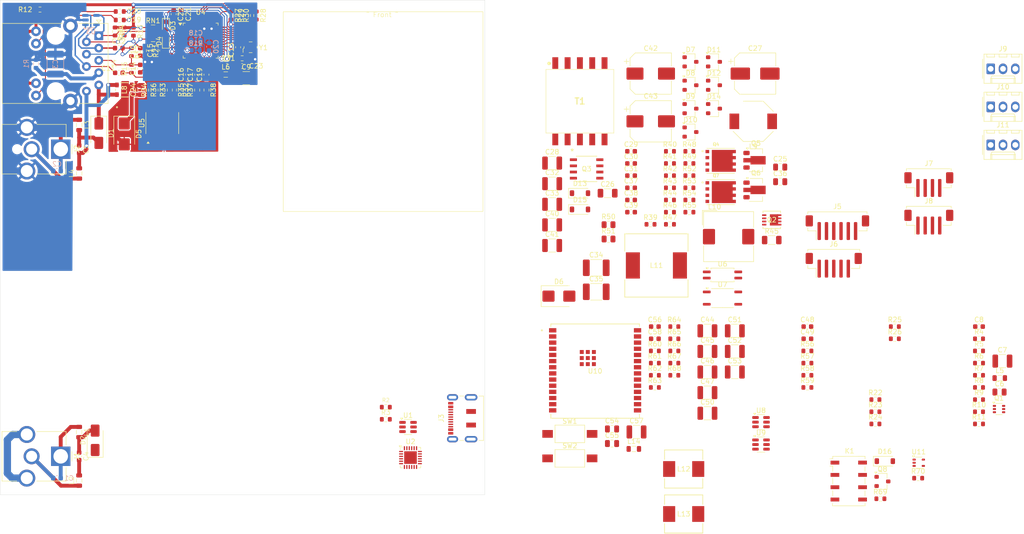
<source format=kicad_pcb>
(kicad_pcb (version 20241229) (generator "pcbnew") (generator_version "9.0")
  (layers (0 "F.Cu" signal) (2 "B.Cu" signal) (13 "F.Paste" user) (15 "B.Paste" user) (5 "F.SilkS" user "F.Silkscreen") (7 "B.SilkS" user "B.Silkscreen") (1 "F.Mask" user) (3 "B.Mask" user) (25 "Edge.Cuts" user))
  (net 0 "")
  (net 1 "Net-(C1-Pad1)")
  (net 2 "Net-(C1-Pad2)")
  (net 3 "Net-(C2-Pad2)")
  (net 4 "/PoE+ power supply/AUX")
  (net 5 "Net-(C3-Pad1)")
  (net 6 "SHIELD")
  (net 7 "+12V")
  (net 8 "GND")
  (net 9 "Net-(D1-A)")
  (net 10 "/PoE+ power supply/AUXGND")
  (net 11 "Net-(U2-VBUS)")
  (net 12 "+3.3V")
  (net 13 "+3V3_UART")
  (net 14 "/Interface PHY/TCT")
  (net 15 "/Interface PHY/RD+")
  (net 16 "Net-(RN1-R3.1)")
  (net 17 "/Interface PHY/RD-")
  (net 18 "Net-(RN1-R4.1)")
  (net 19 "+3V3_PHY")
  (net 20 "/Interface PHY/RCT")
  (net 21 "+3V3_PHY_A")
  (net 22 "AGND")
  (net 23 "Net-(U4-TOCAP)")
  (net 24 "Net-(U4-1V2O)")
  (net 25 "/PoE+ power supply/VDD")
  (net 26 "/PoE+ power supply/VSS")
  (net 27 "Net-(C25-Pad2)")
  (net 28 "Net-(D7-A)")
  (net 29 "Net-(C26-Pad2)")
  (net 30 "Net-(C26-Pad1)")
  (net 31 "PGND")
  (net 32 "Net-(U5-VC)")
  (net 33 "Net-(D9-A)")
  (net 34 "Net-(U5-VB)")
  (net 35 "Net-(C29-Pad1)")
  (net 36 "Net-(C32-Pad1)")
  (net 37 "Net-(D11-COM)")
  (net 38 "Net-(C37-Pad2)")
  (net 39 "Net-(D11-A)")
  (net 40 "Net-(D15-K)")
  (net 41 "Net-(D14-K)")
  (net 42 "Net-(D12-REF)")
  (net 43 "/Power supply/+12V")
  (net 44 "Net-(U8-SW)")
  (net 45 "Net-(U8-VBST)")
  (net 46 "Net-(U9-VBST)")
  (net 47 "Net-(U9-SW)")
  (net 48 "+5V")
  (net 49 "/ESP32-C6/EN")
  (net 50 "/ESP32-C6/BOOT")
  (net 51 "/ESP32-C6/T2Pb")
  (net 52 "+3V3_ESP")
  (net 53 "/PoE+ power supply/POE+")
  (net 54 "Net-(D3-A1)")
  (net 55 "Net-(D3-A2)")
  (net 56 "Net-(D4-A2)")
  (net 57 "Net-(D4-A1)")
  (net 58 "Net-(D8-K)")
  (net 59 "Net-(D8-A)")
  (net 60 "Net-(D10-K)")
  (net 61 "Net-(D10-A)")
  (net 62 "Net-(D11-K)")
  (net 63 "Net-(D13-K)")
  (net 64 "Net-(D14-A)")
  (net 65 "Net-(J3-CC1)")
  (net 67 "Net-(J3-D--PadA7)")
  (net 68 "/Interface USB->UART/VBUS")
  (net 69 "Net-(J3-D+-PadA6)")
  (net 71 "Net-(J3-CC2)")
  (net 72 "/Interface PHY/LED+")
  (net 73 "/Interface PHY/TD-")
  (net 74 "/Interface PHY/TD+")
  (net 75 "/Interface PHY/LED_ACT")
  (net 76 "/Interface PHY/LED_LNK")
  (net 77 "/ESP32-C6/I^{2}C_{TOP}.SCL")
  (net 79 "/ESP32-C6/I^{2}C_{TOP}.SDA")
  (net 81 "/ESP32-C6/HEATER")
  (net 85 "/ESP32-C6/I^{2}C_{CENTER}.SCL")
  (net 86 "/ESP32-C6/I^{2}C_{CENTER}.SDA")
  (net 90 "/ESP32-C6/I^{2}C_{BOTTOM}.SDA")
  (net 91 "/ESP32-C6/I^{2}C_{BOTTOM}.SCL")
  (net 92 "/Alarm out/COM1")
  (net 93 "/Alarm out/NC1")
  (net 94 "/Alarm out/NO1")
  (net 95 "/Alarm out/NO2")
  (net 96 "/Alarm out/COM2")
  (net 97 "/Alarm out/NC2")
  (net 98 "/WS2812B/DO")
  (net 99 "Net-(Q8-C)")
  (net 100 "Net-(Q1A-B1)")
  (net 101 "Net-(Q1A-E1)")
  (net 102 "Net-(Q1B-E2)")
  (net 103 "Net-(Q1B-B2)")
  (net 104 "Net-(Q3-PadS)")
  (net 105 "Net-(Q3-PadG)")
  (net 106 "Net-(Q8-B)")
  (net 107 "/Interface USB->UART/D-")
  (net 108 "Net-(U2-D-)")
  (net 109 "/Interface USB->UART/D+")
  (net 110 "Net-(U2-D+)")
  (net 111 "Net-(U2-~{RST})")
  (net 112 "Net-(U2-~{SUSPEND})")
  (net 113 "Net-(U4-EXRES1)")
  (net 114 "Net-(U4-LINKLED)")
  (net 115 "Net-(U4-ACTLED)")
  (net 116 "Net-(U4-~{SCS})")
  (net 117 "/ESP32-C6/~{CS}_{PHY}")
  (net 118 "/ESP32-C6/SPI.SCK")
  (net 119 "Net-(U4-SCLK)")
  (net 120 "Net-(U4-MISO)")
  (net 121 "/ESP32-C6/SPI.MISO")
  (net 122 "/ESP32-C6/SPI.MOSI")
  (net 123 "Net-(U4-MOSI)")
  (net 124 "/ESP32-C6/~{INT}_{PHY}")
  (net 125 "Net-(U4-~{INT})")
  (net 126 "/ESP32-C6/~{RST}_{PHY}")
  (net 127 "Net-(U4-~{RST})")
  (net 128 "Net-(U4-PMODE0)")
  (net 129 "Net-(U4-PMODE1)")
  (net 130 "Net-(U4-PMODE2)")
  (net 131 "Net-(Y1-Tri-State)")
  (net 132 "Net-(U5-APD)")
  (net 133 "Net-(U5-FRS)")
  (net 134 "Net-(U5-DT)")
  (net 135 "Net-(U5-BLNK)")
  (net 136 "Net-(U5-CLS)")
  (net 137 "Net-(U5-DEN)")
  (net 138 "Net-(U5-GAT2)")
  (net 139 "Net-(U5-CS)")
  (net 140 "Net-(U5-CTL)")
  (net 141 "/PoE+ power supply/GATE")
  (net 142 "Net-(R47-Pad2)")
  (net 143 "Net-(R48-Pad1)")
  (net 144 "Net-(U8-VFB)")
  (net 145 "Net-(U9-VFB)")
  (net 146 "/ESP32-C6/ALARM")
  (net 147 "Net-(R70-Pad1)")
  (net 151 "/ESP32-C6/UART0.Rx")
  (net 160 "/ESP32-C6/UART0.Tx")
  (net 172 "Net-(U4-XI{slash}CLKIN)")
  (net 173 "Net-(U5-T2P)")
  (net 175 "/ESP32-C6/WS2812B")
  (net 176 "/ESP32-C6/IO9_STRAP_PIN")
  (net 178 "/ESP32-C6/IO8_STRAP_PIN")
  (net 179 "/ESP32-C6/IO3_STRAP_PIN")
  (net 180 "/ESP32-C6/IO2_STRAP_PIN")
  (footprint "Resistor_SMD:R_0603_1608Metric" (layer "F.Cu") (at 158.17 61.735)
    (property "Reference" "R46")
    (property "Value" "2kΩ" (hide yes))
  )
  (footprint "Resistor_SMD:R_0603_1608Metric" (layer "F.Cu") (at 51.175 36.55 90)
    (property "Reference" "R34")
    (property "Value" "69,8kΩ" (hide yes))
  )
  (footprint "Inductor_SMD:L_0805_2012Metric" (layer "F.Cu") (at 36.31 53.75 90)
    (property "Reference" "L4")
    (property "Value" "MPZ2012S101AT000" (hide yes))
  )
  (footprint "Capacitor_SMD:C_0603_1608Metric" (layer "F.Cu") (at 52.4 28.375 90)
    (property "Reference" "C15")
    (property "Value" "0,1uF" (hide yes))
  )
  (footprint "Resistor_SMD:R_0603_1608Metric" (layer "F.Cu") (at 47.1 28.725 -90)
    (property "Reference" "R17")
    (property "Value" "49,9Ω" (hide yes))
  )
  (footprint "Capacitor_SMD:CP_Elec_8x6.2" (layer "F.Cu") (at 175.735 33.155)
    (property "Reference" "C27")
    (property "Value" "22uF/63V" (hide yes))
  )
  (footprint "Capacitor_SMD:C_0603_1608Metric" (layer "F.Cu") (at 150.15 61.735)
    (property "Reference" "C39")
    (property "Value" "100pF" (hide yes))
  )
  (footprint "Inductor_SMD:L_0603_1608Metric" (layer "F.Cu") (at 66.8125 31.6)
    (property "Reference" "L7")
    (property "Value" "FBMH1608HL121-TV" (hide yes))
  )
  (footprint "Package_TO_SOT_SMD:SC-59" (layer "F.Cu") (at 162.4 45.211704)
    (property "Reference" "D10")
    (property "Value" "MMBD4148" (hide yes))
  )
  (footprint "MarPi82:DR74" (layer "F.Cu") (at 161.0028 124)
    (property "Reference" "L13")
    (property "Value" "2.2uH" (hide yes))
  )
  (footprint "Resistor_SMD:R_0603_1608Metric" (layer "F.Cu") (at 50.7 28.425 -90)
    (property "Reference" "R21")
    (property "Value" "0Ω" (hide yes))
  )
  (footprint "Resistor_SMD:R_0603_1608Metric" (layer "F.Cu") (at 162.18 59.225)
    (property "Reference" "R54")
    (property "Value" "2,61kΩ" (hide yes))
  )
  (footprint "Package_TO_SOT_SMD:SOT-23-6" (layer "F.Cu") (at 176.95 105.05)
    (property "Reference" "U8")
    (property "Value" "TPS563208" (hide yes))
  )
  (footprint "Capacitor_SMD:C_0603_1608Metric" (layer "F.Cu") (at 155.06 85.345)
    (property "Reference" "C56")
    (property "Value" "0,1uF" (hide yes))
  )
  (footprint "Connector_JST:JST_ZH_B6B-ZR-SM4-TF_1x06-1MP_P1.50mm_Vertical" (layer "F.Cu") (at 192.71 64.935)
    (property "Reference" "J5")
    (property "Value" "~" (hide yes))
  )
  (footprint "Connector_Molex:Molex_KK-254_AE-6410-03A_1x03_P2.54mm_Vertical" (layer "F.Cu") (at 224.33 32.175)
    (property "Reference" "J9")
    (property "Value" "~" (hide yes))
  )
  (footprint "Resistor_SMD:R_0603_1608Metric" (layer "F.Cu") (at 221.92 95.385)
    (property "Reference" "R7")
    (property "Value" "1kΩ" (hide yes))
  )
  (footprint "Package_SO:SOIC-4_4.55x2.6mm_P1.27mm" (layer "F.Cu") (at 169.01 74.695)
    (property "Reference" "U6")
    (property "Value" "HMHA2801A" (hide yes))
  )
  (footprint "Resistor_SMD:R_0603_1608Metric" (layer "F.Cu") (at 221.92 90.365)
    (property "Reference" "R5")
    (property "Value" "0Ω" (hide yes))
  )
  (footprint "Capacitor_SMD:C_1812_4532Metric" (layer "F.Cu") (at 142.96 73.215)
    (property "Reference" "C34")
    (property "Value" "1nF/2kV" (hide yes))
  )
  (footprint "Resistor_SMD:R_0603_1608Metric" (layer "F.Cu") (at 47.5 24.5 -90)
    (property "Reference" "R13")
    (property "Value" "10Ω" (hide yes))
  )
  (footprint "Resistor_SMD:R_0603_1608Metric" (layer "F.Cu") (at 28.225 19.95)
    (property "Reference" "R12")
    (property "Value" "0Ω" (hide yes))
  )
  (footprint "Capacitor_SMD:CP_Elec_8x10" (layer "F.Cu") (at 154.205 33.155)
    (property "Reference" "C42")
    (property "Value" "100uF/25V" (hide yes))
  )
  (footprint "Resistor_SMD:R_0603_1608Metric" (layer "F.Cu") (at 99.5575 104.465)
    (property "Reference" "R3")
    (property "Value" "5,1kΩ" (hide yes))
  )
  (footprint "Resistor_SMD:R_0603_1608Metric" (layer "F.Cu") (at 67.6 21.175 -90)
    (property "Reference" "R27")
    (property "Value" "0Ω" (hide yes))
  )
  (footprint "Resistor_SMD:R_0603_1608Metric" (layer "F.Cu") (at 159.07 85.345)
    (property "Reference" "R64")
    (property "Value" "4,7kΩ" (hide yes))
  )
  (footprint "Connector_BarrelJack:BarrelJack_CUI_PJ-063AH_Horizontal_CircularHoles" (layer "F.Cu") (at 32.5 112.1 -90)
    (property "Reference" "J1")
    (property "Value" "PJ-063AH" (hide yes))
  )
  (footprint "Package_TO_SOT_SMD:SC-59" (layer "F.Cu") (at 202 117.281676)
    (property "Reference" "Q8")
    (property "Value" "MMBT3904" (hide yes))
  )
  (footprint "Capacitor_SMD:C_0805_2012Metric" (layer "F.Cu") (at 180.91 52.445)
    (property "Reference" "C25")
    (property "Value" "1uF" (hide yes))
  )
  (footprint "Resistor_SMD:R_0603_1608Metric" (layer "F.Cu") (at 209.37 116.605)
    (property "Reference" "R70")
    (property "Value" "330Ω" (hide yes))
  )
  (footprint "Resistor_SMD:R_0603_1608Metric" (layer "F.Cu") (at 204.56 87.855)
    (property "Reference" "R26")
    (property "Value" "0Ω" (hide yes))
  )
  (footprint "Capacitor_SMD:C_1210_3225Metric" (layer "F.Cu") (at 151.27 107.075)
    (property "Reference" "C57")
    (property "Value" "22uF" (hide yes))
  )
  (footprint "MarPi82:FDS_86242" (layer "F.Cu") (at 140.9796 52.8221)
    (property "Reference" "Q3")
    (property "Value" "FDS86242" (hide yes))
  )
  (footprint "Capacitor_SMD:C_0603_1608Metric" (layer "F.Cu") (at 69.925 31.6)
    (property "Reference" "C23")
    (property "Value" "0,1uF" (hide yes))
  )
  (footprint "Inductor_SMD:L_0805_2012Metric" (layer "F.Cu") (at 226.2 95.965)
    (property "Reference" "L5")
    (property "Value" "BLM21PG600SN1D" (hide yes))
  )
  (footprint "Capacitor_SMD:C_0603_1608Metric" (layer "F.Cu") (at 150.15 49.185)
    (property "Reference" "C29")
    (property "Value" "10nF" (hide yes))
  )
  (footprint "Resistor_SMD:R_0805_2012Metric" (layer "F.Cu") (at 145.5 67.275)
    (property "Reference" "R51")
    (property "Value" "2kΩ/0.25W" (hide yes))
  )
  (footprint "Capacitor_SMD:C_0603_1608Metric" (layer "F.Cu") (at 36.31 48.75 -90)
    (property "Reference" "C5")
    (property "Value" "0,1uF" (hide yes))
  )
  (footprint "Resistor_SMD:R_0603_1608Metric" (layer "F.Cu") (at 162.18 56.715)
    (property "Reference" "R53")
    (property "Value" "10kΩ" (hide yes))
  )
  (footprint "Resistor_SMD:R_0603_1608Metric" (layer "F.Cu") (at 155.06 90.365)
    (property "Reference" "R60")
    (property "Value" "10kΩ" (hide yes))
  )
  (footprint "Diode_SMD:D_SMB" (layer "F.Cu") (at 135.265 79.065)
    (property "Reference" "D6")
    (property "Value" "SMBJ58CA" (hide yes))
  )
  (footprint "Capacitor_SMD:C_0603_1608Metric" (layer "F.Cu") (at 186.52 87.855)
    (property "Reference" "C49")
    (property "Value" "0,1uF" (hide yes))
  )
  (footprint "Diode_SMD:D_0603_1608Metric" (layer "F.Cu") (at 54.2 23.2625 -90)
    (property "Reference" "D3")
    (property "Value" "GG0603052R542P" (hide yes))
  )
  (footprint "Capacitor_SMD:C_1210_3225Metric" (layer "F.Cu") (at 226.75 92.465)
    (property "Reference" "C7")
    (property "Value" "22uF" (hide yes))
  )
  (footprint "Diode_SMD:D_SOD-123" (layer "F.Cu") (at 202.495 113.105)
    (property "Reference" "D16")
    (property "Value" "1N4148W" (hide yes))
  )
  (footprint "MarPi82:SRF3225TAC_BRN" (layer "F.Cu") (at 45.627 36.5 90)
    (property "Reference" "L8")
    (property "Value" "SRF3225TP-501Y" (hide yes))
  )
  (footprint "Resistor_SMD:R_Array_Concave_4x0603" (layer "F.Cu") (at 51.55 24.85)
    (property "Reference" "RN1")
    (property "Value" "3,3Ω/4x0603" (hide yes))
  )
  (footprint "Capacitor_SMD:C_1210_3225Metric" (layer "F.Cu") (at 133.87 68.615)
    (property "Reference" "C41")
    (property "Value" "10uF/1206" (hide yes))
  )
  (footprint "Package_SO:SOIC-4_4.55x3.7mm_P2.54mm" (layer "F.Cu") (at 169.01 79.465)
    (property "Reference" "U7")
    (property "Value" "PC357N" (hide yes))
  )
  (footprint "Inductor_SMD:L_0805_2012Metric" (layer "F.Cu") (at 150.72 110.575)
    (property "Reference" "L14")
    (property "Value" "BLM21PG600SN1D" (hide yes))
  )
  (footprint "Capacitor_SMD:C_1206_3216Metric" (layer "F.Cu") (at 145.31 57.825)
    (property "Reference" "C26")
    (property "Value" "0,047uF" (hide yes))
  )
  (footprint "Resistor_SMD:R_0603_1608Metric" (layer "F.Cu") (at 200.55 105.425)
    (property "Reference" "R24")
    (property "Value" "33Ω" (hide yes))
  )
  (footprint "Resistor_SMD:R_0603_1608Metric" (layer "F.Cu") (at 60.65 36.55 90)
    (property "Reference" "R37")
    (property "Value" "63,4kΩ" (hide yes))
  )
  (footprint "Capacitor_SMD:C_0603_1608Metric" (layer "F.Cu") (at 36.3 112.1 -90)
    (property "Reference" "C4")
    (property "Value" "0,1uF" (hide yes))
  )
  (footprint "Capacitor_SMD:C_1210_3225Metric" (layer "F.Cu") (at 133.87 64.365)
    (property "Reference" "C40")
    (property "Value" "10uF/1206" (hide yes))
  )
  (footprint "Capacitor_SMD:C_0805_2012Metric" (layer "F.Cu") (at 226.15 98.845)
    (property "Reference" "C6")
    (property "Value" "1uF" (hide yes))
  )
  (footprint "Resistor_SMD:R_0603_1608Metric" (layer "F.Cu") (at 155.06 92.875)
    (property "Reference" "R61")
    (property "Value" "10kΩ" (hide yes))
  )
  (footprint "Diode_SMD:D_SMA" (layer "F.Cu") (at 40.36 45.45 -90)
    (property "Reference" "D1")
    (property "Value" "SS210" (hide yes))
  )
  (footprint "Resistor_SMD:R_0603_1608Metric" (layer "F.Cu") (at 44.675 20.35)
    (property "Reference" "R20")
    (property "Value" "330Ω" (hide yes))
  )
  (footprint "MarPi82:L_Bourns_SRR1280" (layer "F.Cu") (at 155.376 72.731)
    (property "Reference" "L11")
    (property "Value" "SRR1280-220M" (hide yes))
  )
  (footprint "Inductor_SMD:L_0805_2012Metric" (layer "F.Cu") (at 36.3 117.1 90)
    (property "Reference" "L2")
    (property "Value" "MPZ2012S101AT000" (hide yes))
  )
  (footprint "Capacitor_SMD:C_0603_1608Metric" (layer "F.Cu") (at 60.6625 33.375 90)
    (property "Reference" "C17")
    (property "Value" "0,1uF" (hide yes))
  )
  (footprint "Diode_SMD:D_SOD-123" (layer "F.Cu") (at 139.615 57.825)
    (property "Reference" "D13")
    (property "Value" "MMSZ5240" (hide yes))
  )
  (footprint "Capacitor_SMD:C_0603_1608Metric" (layer "F.Cu") (at 221.92 85.345)
    (property "Reference" "C8")
    (property "Value" "0,1uF" (hide yes))
  )
  (footprint "Resistor_SMD:R_0603_1608Metric" (layer "F.Cu") (at 43.7 24.475 -90)
    (property "Reference" "R14")
    (property "Value" "49,9Ω" (hide yes))
  )
  (footprint "Resistor_SMD:R_0603_1608Metric" (layer "F.Cu") (at 200.55 102.915)
    (property "Reference" "R23")
    (property "Value" "0Ω" (hide yes))
  )
  (footprint "Capacitor_SMD:C_0805_2012Metric" (layer "F.Cu") (at 146.22 106.455)
    (property "Reference" "C54")
    (property "Value" "1uF" (hide yes))
  )
  (footprint "Capacitor_SMD:C_0603_1608Metric" (layer "F.Cu") (at 155.06 87.855)
    (property "Reference" "C58")
    (property "Value" "0,1uF" (hide yes))
  )
  (footprint "Package_TO_SOT_SMD:SOT-23-6" (layer "F.Cu") (at 176.95 109.675)
    (property "Reference" "U9")
    (property "Value" "TPS563208" (hide yes))
  )
  (footprint "Capacitor_SMD:C_1210_3225Metric" (layer "F.Cu") (at 165.9 86.215)
    (property "Reference" "C44")
    (property "Value" "10uF/1206" (hide yes))
  )
  (footprint "Resistor_SMD:R_0603_1608Metric" (layer "F.Cu") (at 186.52 90.365)
    (property "Reference" "R56")
    (property "Value" "56,2kΩ" (hide yes))
  )
  (footprint "Package_TO_SOT_SMD:SC-59" (layer "F.Cu") (at 167.25 30.731676)
    (property "Reference" "D11")
    (property "Value" "BAT54S" (hide yes))
  )
  (footprint "Capacitor_SMD:C_0805_2012Metric" (layer "F.Cu") (at 180.91 55.455)
    (property "Reference" "C36")
    (property "Value" "1uF" (hide yes))
  )
  (footprint "Package_TO_SOT_SMD:SC-59" (layer "F.Cu") (at 167.25 35.558352)
    (property "Reference" "D12")
    (property "Value" "TL431" (hide yes))
  )
  (footprint "Capacitor_SMD:C_0805_2012Metric" (layer "F.Cu") (at 146.22 109.465)
    (property "Reference" "C55")
    (property "Value" "1uF" (hide yes))
  )
  (footprint "Capacitor_SMD:C_0603_1608Metric" (layer "F.Cu") (at 150.15 56.715)
    (property "Reference" "C37")
    (property "Value" "22nF" (hide yes))
  )
  (footprint "Capacitor_SMD:C_0603_1608Metric" (layer "F.Cu") (at 55.8 20.9 -90)
    (property "Reference" "C22")
    (property "Value" "0,1uF" (hide yes))
  )
  (footprint "Capacitor_SMD:C_0603_1608Metric" (layer "F.Cu") (at 48.9 28.675 90)
    (property "Reference" "C10")
    (property "Value" "22nF" (hide yes))
  )
  (footprint "MarPi82:SPS30" (layer "F.Cu") (at 99 41)
    (property "Reference" "REF**" (hide yes))
    (property "Value" "SPS30" (hide yes))
  )
  (footprint "Package_TO_SOT_SMD:SOT-363_SC-70-6" (layer "F.Cu") (at 226.05 102.35)
    (property "Reference" "Q1")
    (property "Value" "BC846B" (hide yes))
  )
  (footprint "Resistor_SMD:R_0603_1608Metric" (layer "F.Cu") (at 158.17 56.715)
    (property "Reference" "R43")
    (property "Value" "4,7Ω" (hide yes))
  )
  (footprint "MarPi82:DR74" (layer "F.Cu") (at 161.0028 114.7196)
    (property "Reference" "L12")
    (property "Value" "3.3uH" (hide yes))
  )
  (footprint "Resistor_SMD:R_0603_1608Metric" (layer "F.Cu") (at 186.52 95.385)
    (property "Reference" "R58")
    (property "Value" "33,2kΩ" (hide yes))
  )
  (footprint "Resistor_SMD:R_0603_1608Metric" (layer "F.Cu") (at 159.07 92.875)
    (property "Reference" "R67")
    (property "Value" "4,7kΩ" (hide yes))
  )
  (footprint "Diode_SMD:D_0603_1608Metric" (layer "F.Cu") (at 54.2 26.4375 90)
    (property "Reference" "D4")
    (property "Value" "GG0603052R542P" (hide yes))
  )
  (footprint "Connector_JST:JST_ZH_B5B-ZR-SM4-TF_1x05-1MP_P1.50mm_Vertical" (layer "F.Cu") (at 191.96 72.685)
    (property "Reference" "J6")
    (property "Value" "~" (hide yes))
  )
  (footprint "Resistor_SMD:R_0603_1608Metric" (layer "F.Cu") (at 158.17 59.225)
    (property "Reference" "R44")
    (property "Value" "2,49kΩ" (hide yes))
  )
  (footprint "Capacitor_SMD:C_0805_2012Metric" (layer "F.Cu") (at 49.15 36.55 90)
    (property "Reference" "C24")
    (property "Value" "0,1uF" (hide yes))
  )
  (footprint "Resistor_SMD:R_0603_1608Metric" (layer "F.Cu") (at 62.575 36.55 -90)
    (property "Reference" "R38")
    (property "Value" "24,9kΩ" (hide yes))
  )
  (footprint "Capacitor_SMD:C_1210_3225Metric" (layer "F.Cu") (at 171.55 94.715)
    (property "Reference" "C53")
    (property "Value" "22uF" (hide yes))
  )
  (footprint "Resistor_SMD:R_0603_1608Metric" (layer "F.Cu") (at 221.92 100.405)
    (property "Reference" "R9")
    (property "Value" "10kΩ" (hide yes))
  )
  (footprint "Resistor_SMD:R_0603_1608Metric" (layer "F.Cu") (at 221.92 92.875)
    (property "Reference" "R6")
    (property "Value" "0Ω" (hide yes))
  )
  (footprint "Diode_SMD:D_SMB" (layer "F.Cu") (at 45.6 45.6 -90)
    (property "Reference" "D5")
    (property "Value" "SMBJ58CA" (hide yes))
  )
  (footprint "Button_Switch_SMD:SW_SPST_FSMSM" (layer "F.Cu") (at 137.52 107.475)
    (property "Reference" "SW1")
    (property "Value" "~" (hide yes))
  )
  (footprint "Package_TO_SOT_SMD:SC-59" (layer "F.Cu") (at 162.4 40.385028)
    (property "Reference" "D9")
    (property "Value" "MMBD4148" (hide yes))
  )
  (footprint "Package_TO_SOT_SMD:SOT-23-6" (layer "F.Cu") (at 104.1375 106.05)
    (property "Reference" "U1")
    (property "Value" "USBLC6-2SC6" (hide yes))
  )
  (footprint "Resistor_SMD:R_0603_1608Metric" (layer "F.Cu") (at 221.92 97.895)
    (property "Reference" "R8")
    (property "Value" "47,5kΩ" (hide yes))
  )
  (footprint "MarPi82:PA4065NL" (layer "F.Cu") (at 139.595 38.86)
    (property "Reference" "T1")
    (property "Value" "PA4065NL" (hide yes))
  )
  (footprint "Resistor_SMD:R_0603_1608Metric" (layer "F.Cu") (at 162.18 54.205)
    (property "Reference" "R52")
    (property "Value" "1kΩ" (hide yes))
  )
  (footprint "Package_TO_SOT_SMD:SC-59" (layer "F.Cu") (at 167.25 40.385028)
    (property "Reference" "D14")
    (property "Value" "MMBD4148" (hide yes))
  )
  (footprint "Connector_BarrelJack:BarrelJack_CUI_PJ-063AH_Horizontal_CircularHoles" (layer "F.Cu") (at 32.51 48.75 -90)
    (property "Reference" "J2")
    (property "Value" "PJ-063AH" (hide yes))
  )
  (footprint "Resistor_SMD:R_0603_1608Metric" (layer "F.Cu") (at 186.52 92.875)
    (property "Reference" "R57")
    (property "Value" "10kΩ" (hide yes))
  )
  (footprint "Diode_SMD:D_SMA" (layer "F.Cu") (at 39.6 108.8 90)
    (property "Reference" "D2")
    (property "Value" "SS210" (hide yes))
  )
  (footprint "Capacitor_SMD:C_0603_1608Metric" (layer "F.Cu") (at 150.15 51.695)
    (property "Reference" "C30")
    (property "Value" "0,1uF" (hide yes))
  )
  (footprint "Capacitor_SMD:C_0603_1608Metric" (layer "F.Cu") (at 150.15 59.225)
    (property "Reference" "C38")
    (property "Value" "100pF" (hide yes))
  )
  (footprint "Package_TO_SOT_SMD:SOT-89-3" (layer "F.Cu") (at 175.91 57.155)
    (property "Reference" "Q6")
    (property "Value" "FCX493" (hide yes))
  )
  (footprint "Package_TO_SOT_SMD:SC-59" (layer "F.Cu") (at 162.4 30.731676)
    (property "Reference" "D7")
    (property "Value" "MMBD4148" (hide yes))
  )
  (footprint "Oscillator:Oscillator_SMD_ECS_2520MV-xxx-xx-4Pin_2.5x2.0mm" (layer "F.Cu") (at 71.675 27.725 90)
    (property "Reference" "Y1")
    (property "Value" "ECS-2520MV-250" (hide yes))
  )
  (footprint "Resistor_SMD:R_0603_1608Metric" (layer "F.Cu") (at 159.07 95.385)
    (property "Reference" "R68")
    (property "Value" "4,7kΩ" (hide yes))
  )
  (footprint "Resistor_SMD:R_0603_1608Metric" (layer "F.Cu") (at 162.18 51.695)
    (property "Reference" "R49")
    (property "Value" "10kΩ" (hide yes))
  )
  (footprint "Package_TO_SOT_SMD:SOT-89-3" (layer "F.Cu") (at 175.91 51.03)
    (property "Reference" "Q5")
    (property "Value" "FCX493" (hide yes))
  )
  (footprint "Resistor_SMD:R_0603_1608Metric" (layer "F.Cu") (at 45.6 24.475 -90)
    (property "Reference" "R16")
    (property "Value" "49,9Ω" (hide yes))
  )
  (footprint "Resistor_SMD:R_0603_1608Metric" (layer "F.Cu") (at 55 36.55 90)
    (property "Reference" "R33")
    (property "Value" "4,64kΩ" (hide yes))
  )
  (footprint "Resistor_SMD:R_0603_1608Metric" (layer "F.Cu") (at 44.675 22.1)
    (property "Reference" "R19")
    (property "Value" "330Ω" (hide yes))
  )
  (footprint "Capacitor_SMD:C_0603_1608Metric" (layer "F.Cu") (at 44.5 33)
    (property "Reference" "C11")
    (property "Value" "6,8nF" (hide yes))
  )
  (footprint "Capacitor_SMD:C_0603_1608Metric" (layer "F.Cu") (at 150.15 54.205)
    (property "Reference" "C31")
    (property "Value" "0,1uF" (hide yes))
  )
  (footprint "Resistor_SMD:R_0603_1608Metric" (layer "F.Cu") (at 162.18 49.185)
    (property "Reference" "R48")
    (property "Value" "2kΩ" (hide yes))
  )
  (footprint "Resistor_SMD:R_0603_1608Metric" (layer "F.Cu") (at 221.92 87.855)
    (property "Reference" "R4")
    (property "Value" "22,1kΩ" (hide yes))
  )
  (footprint "Resistor_SMD:R_0603_1608Metric" (layer "F.Cu") (at 71.1 21.175 90)
    (property "Reference" "R29")
    (property "Value" "1kΩ" (hide yes))
  )
  (footprint "Inductor_SMD:L_TDK_SLF10145" (layer "F.Cu") (at 170.27 66.79)
    (property "Reference" "L10")
    (property "Value" "LPS6235-155MRC" (hide yes))
  )
  (footprint "Package_TO_SOT_SMD:SOT-353_SC-70-5" (layer "F.Cu") (at 209.49 113.43)
    (property "Reference" "U11")
    (property "Value" "74AHCT1G125" (hide yes))
  )
  (footprint "Inductor_SMD:L_Bourns-SRU8028_8.0x8.0mm" (layer "F.Cu") (at 175.35 43.005)
    (property "Reference" "L9")
    (property "Value" "SRU8028-3R3Y" (hide yes))
  )
  (footprint "Capacitor_SMD:C_1210_3225Metric" (layer "F.Cu") (at 133.87 60.115)
    (property "Reference" "C33")
    (property "Value" "2.2uF/1206" (hide yes))
  )
  (footprint "Resistor_SMD:R_0603_1608Metric" (layer "F.Cu") (at 221.92 105.425)
    (property "Reference" "R11")
    (property "Value" "10kΩ" (hide yes))
  )
  (footprint "Package_SO:HTSSOP-20-1EP_4.4x6.5mm_P0.65mm_EP2.85x4mm" (layer "F.Cu") (at 53.45 43.3625 90)
    (property "Reference" "U5")
    (property "Value" "TPS23754" (hide yes))
  )
  (footprint "Resistor_SMD:R_0603_1608Metric" (layer "F.Cu") (at 201.58 120.855)
    (property "Reference" "R69")
    (property "Value" "4,7kΩ" (hide yes))
  )
  (footprint "Resistor_SMD:R_0805_2012Metric" (layer "F.Cu") (at 145.5 64.325)
    (property "Reference" "R50")
    (property "Value" "2kΩ/0.25W" (hide yes))
  )
  (footprint "Button_Switch_SMD:SW_SPST_FSMSM" (layer "F.Cu") (at 137.52 112.525)
    (property "Reference" "SW2")
    (property "Value" "~" (hide yes))
  )
  (footprint "Capacitor_SMD:C_0603_1608Metric" (layer "F.Cu") (at 58.7625 33.375 90)
    (property "Reference" "C16")
    (property "Value" "0,1uF" (hide yes))
  )
  (footprint "Resistor_SMD:R_0603_1608Metric" (layer "F.Cu") (at 58.75 36.525 90)
    (property "Reference" "R35")
    (property "Value" "40,2kΩ" (hide yes))
  )
  (footprint "Connector_USB:USB_C_Receptacle_JAE_DX07S016JA1R1500" (layer "F.Cu") (at 116 104.25 90)
    (property "Reference" "J3")
    (property "Value" "DX07S016JA1R1500" (hide yes))
  )
  (footprint "Resistor_SMD:R_0603_1608Metric" (layer "F.Cu") (at 204.56 85.345)
    (property "Reference" "R25")
    (property "Value" "0Ω" (hide yes))
  )
  (footprint "MarPi82:ESP32-C6-WROOM-1U" (layer "F.Cu") (at 142.7334 94.5214)
    (property "Reference" "U10")
    (property "Value" "ESP32-C6-WROOM-1U" (hide yes))
  )
  (footprint "Capacitor_SMD:C_0603_1608Metric" (layer "F.Cu") (at 69.1 27.725 90)
    (property "Reference" "C13")
    (property "Value" "0,1uF" (hide yes))
  )
  (footprint "Capacitor_SMD:C_1210_3225Metric" (layer "F.Cu") (at 133.87 55.865)
    (property "Reference" "C32")
    (property "Value" "2.2uF/1206" (hide yes))
  )
  (footprint "Capacitor_SMD:C_1210_3225Metric" (layer "F.Cu") (at 165.9 90.465)
    (property "Reference" "C45")
    (property "Value" "10uF/1206" (hide yes))
  )
  (footprint "Connector_RJ:RJ45_Abracon_ARJP11A-MA_Horizontal" (layer "F.Cu") (at 40.35 25.35 -90)
    (property "Reference" "J4")
    (property "Value" "ARJP11A-MASA-B-A-EMU2" (hide yes))
  )
  (footprint "Connector_JST:JST_ZH_B4B-ZR-SM4-TF_1x04-1MP_P1.50mm_Vertical" (layer "F.Cu") (at 211.57 63.795)
    (property "Reference" "J8")
    (property "Value" "~" (hide yes))
  )
  (footprint "Resistor_SMD:R_0603_1608Metric" (layer "F.Cu") (at 47.1 32.175 90)
    (property "Reference" "R15")
    (property "Value" "49,9Ω" (hide yes))
  )
  (footprint "Capacitor_SMD:C_1210_3225Metric" (layer "F.Cu") (at 165.9 98.965)
    (property "Reference" "C47")
    (property "Value" "10uF/1206" (hide yes))
  )
  (footprint "Package_TO_SOT_SMD:SC-59" (layer "F.Cu") (at 162.4 35.558352)
    (property "Reference" "D8")
    (property "Value" "MMBD4148" (hide yes))
  )
  (footprint "Capacitor_SMD:C_1210_3225Metric" (layer "F.Cu") (at 171.55 90.465)
    (property "Reference" "C52")
    (property "Value" "22uF" (hide yes))
  )
  (footprint "Relay_SMD:Relay_DPDT_Omron_G6K-2G" (layer "F.Cu") (at 195.05 117.205)
    (property "Reference" "K1")
    (property "Value" "G6K-2G-TR DC5" (hide yes))
  )
  (footprint "Capacitor_SMD:C_1210_3225Metric" (layer "F.Cu") (at 133.87 51.615)
    (property "Reference" "C28")
    (property "Value" "22uF" (hide yes))
  )
  (footprint "Diode_SMD:D_SOD-123" (layer "F.Cu") (at 139.615 61.175)
    (property "Reference" "D15")
    (property "Value" "MMSZ5240" (hide yes))
  )
  (footprint "Resistor_SMD:R_0603_1608Metric" (layer "F.Cu") (at 158.17 49.185)
    (property "Reference" "R40")
    (property "Value" "10kΩ" (hide yes))
  )
  (footprint "Inductor_SMD:L_0805_2012Metric" (layer "F.Cu") (at 66.5375 33.35)
    (property "Reference" "L6")
    (property "Value" "BLM21PG600SN1D" (hide yes))
  )
  (footprint "Capacitor_SMD:C_1210_3225Metric" (layer "F.Cu") (at 70.775 34.1)
    (property "Reference" "C9")
    (property "Value" "22uF" (hide yes))
  )
  (footprint "Capacitor_SMD:C_0603_1608Metric" (layer "F.Cu") (at 62.5625 33.375 90)
    (property "Reference" "C19")
    (property "Value" "0,1uF" (hide yes))
  )
  (footprint "Resistor_SMD:R_0603_1608Metric" (layer "F.Cu") (at 186.52 97.895)
    (property "Reference" "R59")
    (property "Value" "10kΩ" (hide yes))
  )
  (footprint "Resistor_SMD:R_0603_1608Metric" (layer "F.Cu") (at 159.07 90.365)
    (property "Reference" "R66")
    (property "Value" "4,7kΩ" (hide yes))
  )
  (footprint "MarPi82:CSD19534Q" (layer "F.Cu") (at 168.635 51.155)
    (property "Reference" "Q4")
    (property "Value" "CSD19534Q" (hide yes))
  )
  (footprint "MarPi82:FDMC_2523P" (layer "F.Cu") (at 179.1664 63.3366)
    (property "Reference" "Q2")
    (property "Value" "FDMC2523P" (hide yes))
  )
  (footprint "Resistor_SMD:R_0603_1608Metric" (layer "F.Cu") (at 99.5575 101.955)
    (property "Reference" "R2")
    (property "Value" "5,1kΩ" (hide yes))
  )
  (footprint "Capacitor_SMD:C_0603_1608Metric" (layer "F.Cu") (at 48.9 32.125 90)
    (property "Reference" "C14")
    (property "Value" "10nF" (hide yes))
  )
  (footprint "Resistor_SMD:R_0603_1608Metric" (layer "F.Cu") (at 56.9 36.55 -90)
    (property "Reference" "R32")
    (property "Value" "100kΩ" (hide yes))
  )
  (footprint "Resistor_SMD:R_1206_3216Metric" (layer "F.Cu") (at 179.16 67.495)
    (property "Reference" "R45")
    (property "Value" "100mΩ/0,5W" (hide yes))
  )
  (footprint "Resistor_SMD:R_0603_1608Metric" (layer "F.Cu") (at 158.17 51.695)
    (property "Reference" "R41")
    (property "Value" "100kΩ" (hide yes))
  )
  (footprint "Resistor_SMD:R_0603_1608Metric" (layer "F.Cu") (at 72.85 21.175 -90)
    (property "Reference" "R28")
    (property "Value" "1kΩ" (hide yes))
  )
  (footprint "Package_DFN_QFN:QFN-24-1EP_4x4mm_P0.5mm_EP2.6x2.6mm" (layer "F.Cu") (at 104.65 112.3625)
    (property "Reference" "U2")
    (property "Value" "CP2102N" (hide yes))
  )
  (footprint "Capacitor_SMD:C_0603_1608Metric" (layer "F.Cu") (at 57.4 20.9 -90)
    (property "Reference" "C21")
    (property "Value" "0,1uF" (hide yes))
  )
  (footprint "Connector_JST:JST_ZH_B4B-ZR-SM4-TF_1x04-1MP_P1.50mm_Vertical" (layer "F.Cu") (at 211.57 56.045)
    (property "Reference" "J7")
    (property "Value" "~" (hide yes))
  )
  (footprint "Resistor_SMD:R_0603_1608Metric" (layer "F.Cu") (at 158.17 64.245)
    (property "Reference" "R47")
    (property "Value" "24,9kΩ" (hide yes))
  )
  (footprint "Resistor_SMD:R_0603_1608Metric" (layer "F.Cu") (at 158.17 54.205)
    (property "Reference" "R42")
    (property "Value" "499Ω" (hide yes))
  )
  (footprint "Connector_Molex:Molex_KK-254_AE-6410-03A_1x03_P2.54mm_Vertical" (layer "F.Cu") (at 224.33 47.875)
    (property "Reference" "J11")
    (property "Value" "~" (hide yes))
  )
  (footprint "Resistor_SMD:R_0603_1608Metric" (layer "F.Cu") (at 69.925 30 180)
    (property "Reference" "R31")
    (property "Value" "1kΩ" (hide yes))
  )
  (footprint "Resistor_SMD:R_0603_1608Metric" (layer "F.Cu") (at 154.16 64.245)
    (property "Reference" "R39")
    (property "Value" "4,7Ω" (hide yes))
  )
  (footprint "MarPi82:CSD19534Q" (layer "F.Cu") (at 168.635 57.605)
    (property "Reference" "Q7")
    (property "Value" "CSD19534Q" (hide yes))
  )
  (footprint "Package_QFP:LQFP-48_7x7mm_P0.5mm" (layer "F.Cu") (at 61.3625 26.35)
    (property "Reference" "U4")
    (property "Value" "W5500" (hide yes))
  )
  (footprint "Resistor_SMD:R_0603_1608Metric" (layer "F.Cu") (at 69.35 21.175 -90)
    (property "Reference" "R30")
    (property "Value" "1kΩ" (hide yes))
  )
  (footprint "Resistor_SMD:R_0603_1608Metric" (layer "F.Cu") (at 53.1 36.55 90)
    (property "Reference" "R36")
    (property "Value" "100kΩ" (hide yes))
  )
  (footprint "Resistor_SMD:R_0603_1608Metric" (layer "F.Cu") (at 200.55 100.405)
    (property "Reference" "R22")
    (property "Value" "0Ω" (hide yes))
  )
  (footprint "Capacitor_SMD:C_1210_3225Metric" (layer "F.Cu") (at 171.55 86.215)
    (property "Reference" "C51")
    (property "Value" "22uF" (hide yes))
  )
  (footprint "Resistor_SMD:R_0603_1608Metric" (layer "F.Cu") (at 221.92 102.915)
    (property "Reference" "R10")
    (property "Value" "10kΩ" (hide yes))
  )
  (footprint "Resistor_SMD:R_0603_1608Metric" (layer "F.Cu") (at 162.18 61.735)
    (property "Reference" "R55")
    (property "Value" "0Ω" (hide yes))
  )
  (footprint "Capacitor_SMD:C_0603_1608Metric" (layer "F.Cu") (at 44.475 27.9)
    (property "Reference" "C12")
    (property "Value" "6,8nF" (hide yes))
  )
  (footprint "Capacitor_SMD:C_1210_3225Metric" (layer "F.Cu") (at 165.9 94.715)
    (property "Reference" "C46")
    (property "Value" "10uF/1206" (hide yes))
  )
  (footprint "Capacitor_SMD:C_0603_1608Metric" (layer "F.Cu") (at 186.52 85.345)
    (property "Reference" "C48")
    (property "Value" "0,1uF" (hide yes))
  )
  (footprint "Resistor_SMD:R_0603_1608Metric" (layer "F.Cu") (at 155.06 97.895)
    (property "Reference" "R63")
    (property "Value" "4,7kΩ" (hide yes))
  )
  (footprint "Capacitor_SMD:C_1210_3225Metric" (layer "F.Cu") (at 165.9 103.215)
    (property "Reference" "C50")
    (property "Value" "22uF" (hide yes))
  )
  (footprint "Capacitor_SMD:C_1812_4532Metric" (layer "F.Cu") (at 142.96 78.165)
    (property "Reference" "C35")
    (property "Value" "1nF/2kV" (hide yes))
  )
  (footprint "Capacitor_SMD:CP_Elec_8x10" (layer "F.Cu") (at 154.205 43.005)
    (property "Reference" "C43")
    (property "Value" "100uF/25V" (hide yes))
  )
  (footprint "Resistor_SMD:R_0603_1608Metric" (layer "F.Cu") (at 155.06 95.385)
    (property "Reference" "R62")
    (property "Value" "10kΩ" (hide yes))
  )
  (footprint "Resistor_SMD:R_0603_1608Metric" (layer "F.Cu") (at 159.07 87.855)
    (property "Reference" "R65")
    (property "Value" "4,7kΩ" (hide yes))
  )
  (footprint "Inductor_SMD:L_0805_2012Metric" (layer "F.Cu") (at 36.3 107.1 -90)
    (property "Reference" "L1")
    (property "Value" "MPZ2012S101AT000" (hide yes))
  )
  (footprint "Connector_Molex:Molex_KK-254_AE-6410-03A_1x03_P2.54mm_Vertical" (layer "F.Cu") (at 224.33 40.025)
    (property "Reference" "J10")
    (property "Value" "~" (hide yes))
  )
  (footprint "Inductor_SMD:L_0805_2012Metric" (layer "F.Cu") (at 36.31 43.75 -90)
    (property "Reference" "L3")
    (property "Value" "MPZ2012S101AT000" (hide yes))
  )
  (footprint "Package_TO_SOT_SMD:SOT-23-5" (layer "B.Cu") (at 38.7375 22.1)
    (property "Reference" "U3")
    (property "Value" "ESDS314" (hide yes))
  )
  (footprint "Capacitor_SMD:C_0603_1608Metric" (layer "B.Cu") (at 31.735 53.25 180)
    (property "Reference" "C2")
    (property "Value" "0,1uF" (hide yes))
  )
  (footprint "Capacitor_SMD:C_0603_1608Metric" (layer "B.Cu") (at 31.725 116.6 180)
    (property "Reference" "C1")
    (property "Value" "0,1uF" (hide yes))
  )
  (footprint "Capacitor_SMD:C_0805_2012Metric" (layer "B.Cu") (at 60.3625 26.45 180)
    (property "Reference" "C18")
    (property "Value" "4,7uF" (hide yes))
  )
  (footprint "Resistor_SMD:R_0603_1608Metric" (layer "B.Cu") (at 27.4 31.15 90)
    (property "Reference" "R1")
    (property "Value" "1MΩ" (hide yes))
  )
  (footprint "Capacitor_SMD:C_0603_1608Metric" (layer "B.Cu") (at 63.1125 27.6 90)
    (property "Reference" "C20")
    (property "Value" "10nF" (hide yes))
  )
  (footprint "Capacitor_SMD:C_1812_4532Metric" (layer "B.Cu") (at 31.4 31.2 90)
    (property "Reference" "C3")
    (property "Value" "1nF/2kV" (hide yes))
  )
  (footprint "Resistor_SMD:R_0603_1608Metric" (layer "B.Cu") (at 60.3625 28.35 180)
    (property "Reference" "R18")
    (property "Value" "12,4kΩ" (hide yes))
  )
  (gr_rect (start 20 18) (end 120 120) (stroke (width 0.05)) (fill no) (layer "Edge.Cuts"))
  (segment (start 32.5 108.1) (end 32.5 112.1) (width 0.8) (layer "F.Cu") (net 1))
  (segment (start 34.5625 106.0375) (end 32.5 108.1) (width 0.8) (layer "F.Cu") (net 1))
  (segment (start 36.3 106.0375) (end 34.5625 106.0375) (width 0.8) (layer "F.Cu") (net 1))
  (segment (start 32.5 116.6) (end 32.5 112.1) (width 0.8) (layer "B.Cu") (net 1))
  (segment (start 32.5625 118.1625) (end 36.3 118.1625) (width 0.8) (layer "F.Cu") (net 2))
  (segment (start 26.5 112.1) (end 32.5625 118.1625) (width 0.8) (layer "F.Cu") (net 2))
  (segment (start 30.95 116.55) (end 26.5 112.1) (width 0.8) (layer "B.Cu") (net 2))
  (segment (start 30.95 116.6) (end 30.95 116.55) (width 0.2) (layer "B.Cu") (net 2))
  (segment (start 32.5725 54.8125) (end 36.31 54.8125) (width 0.8) (layer "F.Cu") (net 3))
  (segment (start 26.51 48.75) (end 32.5725 54.8125) (width 0.8) (layer "F.Cu") (net 3))
  (segment (start 30.96 53.2) (end 30.96 53.25) (width 0.2) (layer "B.Cu") (net 3))
  (segment (start 26.51 48.75) (end 30.96 53.2) (width 0.8) (layer "B.Cu") (net 3))
  (segment (start 34.5725 42.6875) (end 36.31 42.6875) (width 0.8) (layer "F.Cu") (net 4))
  (segment (start 32.51 48.75) (end 32.51 44.75) (width 0.8) (layer "F.Cu") (net 4))
  (segment (start 32.51 44.75) (end 34.5725 42.6875) (width 0.8) (layer "F.Cu") (net 4))
  (segment (start 32.51 48.75) (end 32.51 53.25) (width 0.8) (layer "B.Cu") (net 4))
  (segment (start 40.35 32.97) (end 39.17 34.15) (width 0.8) (layer "B.Cu") (net 5))
  (segment (start 34.6 34.15) (end 33.7 33.25) (width 0.8) (layer "B.Cu") (net 5))
  (segment (start 33.7 33.25) (end 31.4 33.25) (width 0.8) (layer "B.Cu") (net 5))
  (segment (start 39.17 34.15) (end 34.6 34.15) (width 0.8) (layer "B.Cu") (net 5))
  (segment (start 27.4 31.975) (end 28.675 33.25) (width 0.8) (layer "B.Cu") (net 5))
  (segment (start 28.675 33.25) (end 31.4 33.25) (width 0.8) (layer "B.Cu") (net 5))
  (segment (start 21.5 108.7) (end 21.5 115.6) (width 1.5) (layer "B.Cu") (net 6))
  (segment (start 28.575 29.15) (end 27.4 30.325) (width 0.8) (layer "B.Cu") (net 6))
  (segment (start 22.61 44.25) (end 21.51 45.35) (width 1.5) (layer "B.Cu") (net 6))
  (segment (start 33.5 29.15) (end 31.4 29.15) (width 0.8) (layer "B.Cu") (net 6))
  (segment (start 25.5 107.6) (end 22.6 107.6) (width 1.5) (layer "B.Cu") (net 6))
  (segment (start 21.5 115.6) (end 22.5 116.6) (width 1.5) (layer "B.Cu") (net 6))
  (segment (start 29.07 44.25) (end 34.51 38.81) (width 1.5) (layer "B.Cu") (net 6))
  (segment (start 35.72 22.1) (end 34.51 23.31) (width 0.4) (layer "B.Cu") (net 6))
  (segment (start 25.51 44.25) (end 29.07 44.25) (width 1.5) (layer "B.Cu") (net 6))
  (segment (start 22.6 107.6) (end 21.5 108.7) (width 1.5) (layer "B.Cu") (net 6))
  (segment (start 25.51 44.25) (end 22.61 44.25) (width 1.5) (layer "B.Cu") (net 6))
  (segment (start 31.4 29.15) (end 28.575 29.15) (width 0.8) (layer "B.Cu") (net 6))
  (segment (start 34.51 28.14) (end 33.5 29.15) (width 0.8) (layer "B.Cu") (net 6))
  (segment (start 21.51 52.25) (end 22.51 53.25) (width 1.5) (layer "B.Cu") (net 6))
  (segment (start 35.72 22.1) (end 37.6 22.1) (width 0.4) (layer "B.Cu") (net 6))
  (segment (start 22.51 53.25) (end 25.51 53.25) (width 1.5) (layer "B.Cu") (net 6))
  (segment (start 21.51 45.35) (end 21.51 52.25) (width 1.5) (layer "B.Cu") (net 6))
  (segment (start 22.5 116.6) (end 25.5 116.6) (width 1.5) (layer "B.Cu") (net 6))
  (segment (start 34.51 23.31) (end 34.51 28.14) (width 0.8) (layer "B.Cu") (net 6))
  (segment (start 38.45 106.8) (end 39.6 106.8) (width 0.8) (layer "F.Cu") (net 7))
  (segment (start 37.0875 108.1625) (end 38.45 106.8) (width 0.8) (layer "F.Cu") (net 7))
  (segment (start 36.3 108.1625) (end 36.3 111.325) (width 0.8) (layer "F.Cu") (net 7))
  (segment (start 36.3 108.1625) (end 37.0875 108.1625) (width 0.8) (layer "F.Cu") (net 7))
  (segment (start 63.6125 22.1875) (end 63.6125 23.9) (width 0.2) (layer "F.Cu") (net 8))
  (segment (start 71.7 27.55) (end 72.6 28.45) (width 0.2) (layer "F.Cu") (net 8))
  (segment (start 50.7 29.25) (end 50.7 29.7) (width 0.2) (layer "F.Cu") (net 8))
  (segment (start 71.7 26.6) (end 71.7 27.55) (width 0.2) (layer "F.Cu") (net 8))
  (segment (start 62.1125 22.1875) (end 62.1125 23.9) (width 0.2) (layer "F.Cu") (net 8))
  (segment (start 65.525 27.1) (end 64.2125 27.1) (width 0.2) (layer "F.Cu") (net 8))
  (segment (start 66.4 27.1) (end 66.675 26.825) (width 0.2) (layer "F.Cu") (net 8))
  (segment (start 71.299 26.199) (end 71.7 26.6) (width 0.2) (layer "F.Cu") (net 8))
  (segment (start 63.6125 30.5125) (end 63.6125 29.702046) (width 0.2) (layer "F.Cu") (net 8))
  (segment (start 72.6 31.25) (end 72.6 30.2) (width 0.6) (layer "F.Cu") (net 8))
  (segment (start 62.6125 23.4) (end 62.1125 23.9) (width 0.2) (layer "F.Cu") (net 8))
  (segment (start 36.3 116.0375) (end 36.3 112.875) (width 0.8) (layer "F.Cu") (net 8))
  (segment (start 64.2125 29.102046) (end 64.2125 27.1) (width 0.2) (layer "F.Cu") (net 8))
  (segment (start 49.9 31.9) (end 48.9 32.9) (width 0.2) (layer "F.Cu") (net 8))
  (segment (start 66.675 26.825) (end 68.975 26.825) (width 0.2) (layer "F.Cu") (net 8))
  (segment (start 72.25 34.1) (end 72.25 31.6) (width 0.6) (layer "F.Cu") (net 8))
  (segment (start 68.975 26.825) (end 69.1 26.95) (width 0.2) (layer "F.Cu") (net 8))
  (segment (start 64.2125 27.1) (end 64.2125 24.5) (width 0.2) (layer "F.Cu") (net 8))
  (segment (start 61.6125 22.1875) (end 61.6125 23.4) (width 0.2) (layer "F.Cu") (net 8))
  (segment (start 63.1125 22.1875) (end 63.1125 23.4) (width 0.2) (layer "F.Cu") (net 8))
  (segment (start 51.301 30.301) (end 51.301 30.763551) (width 0.2) (layer "F.Cu") (net 8))
  (segment (start 65.525 27.1) (end 66.4 27.1) (width 0.2) (layer "F.Cu") (net 8))
  (segment (start 69.1 26.95) (end 69.851 26.199) (width 0.2) (layer "F.Cu") (net 8))
  (segment (start 63.1125 23.4) (end 63.6125 23.9) (width 0.2) (layer "F.Cu") (net 8))
  (segment (start 62.6125 22.1875) (end 62.6125 23.4) (width 0.2) (layer "F.Cu") (net 8))
  (segment (start 63.6125 29.702046) (end 64.2125 29.102046) (width 0.2) (layer "F.Cu") (net 8))
  (segment (start 49.9 31.9) (end 49.9 30.75) (width 0.2) (layer "F.Cu") (net 8))
  (segment (start 69.851 26.199) (end 71.299 26.199) (width 0.2) (layer "F.Cu") (net 8))
  (segment (start 49.9 30.45) (end 48.9 29.45) (width 0.2) (layer "F.Cu") (net 8))
  (segment (start 48.9 29.5) (end 48.9 29.475) (width 0.2) (layer "F.Cu") (net 8))
  (segment (start 72.6 30.2) (end 72.6 28.45) (width 0.2) (layer "F.Cu") (net 8))
  (segment (start 48.925 32.975) (end 48.9 32.95) (width 0.2) (layer "F.Cu") (net 8))
  (segment (start 61.6125 23.4) (end 62.1125 23.9) (width 0.2) (layer "F.Cu") (net 8))
  (segment (start 64.2125 24.5) (end 63.6125 23.9) (width 0.2) (layer "F.Cu") (net 8))
  (segment (start 72.25 31.6) (end 72.6 31.25) (width 0.6) (layer "F.Cu") (net 8))
  (segment (start 50.7 29.7) (end 51.301 30.301) (width 0.2) (layer "F.Cu") (net 8))
  (segment (start 49.9 30.75) (end 49.9 30.45) (width 0.2) (layer "F.Cu") (net 8))
  (via (at 62.1125 23.9) (size 0.8) (drill 0.5) (layers "F.Cu" "B.Cu") (net 8))
  (via (at 49.9 30.75) (size 0.8) (drill 0.5) (layers "F.Cu" "B.Cu") (net 8))
  (via (at 63.6125 23.9) (size 0.8) (drill 0.5) (layers "F.Cu" "B.Cu") (net 8))
  (via (at 51.301 30.763551) (size 0.8) (drill 0.5) (layers "F.Cu" "B.Cu") (net 8))
  (via (at 72.6 30.2) (size 0.8) (drill 0.5) (layers "F.Cu" "B.Cu") (net 8))
  (segment (start 36.31 47.975) (end 36.31 46.35) (width 0.8) (layer "F.Cu") (net 9))
  (segment (start 36.31 46.35) (end 36.31 44.8125) (width 0.8) (layer "F.Cu") (net 9))
  (segment (start 40.36 47.45) (end 39.26 46.35) (width 0.8) (layer "F.Cu") (net 9))
  (segment (start 39.26 46.35) (end 36.31 46.35) (width 0.8) (layer "F.Cu") (net 9))
  (segment (start 37.075 49.525) (end 36.31 49.525) (width 0.8) (layer "F.Cu") (net 10))
  (segment (start 37.81 48.025) (end 37.81 48.79) (width 0.8) (layer "F.Cu") (net 10))
  (segment (start 36.31 52.6875) (end 36.31 49.525) (width 0.8) (layer "F.Cu") (net 10))
  (segment (start 37.81 48.79) (end 37.075 49.525) (width 0.8) (layer "F.Cu") (net 10))
  (segment (start 42.3 35.5) (end 44.102002 35.499999) (width 0.8) (layer "F.Cu") (net 10))
  (via (at 37.81 48.025) (size 0.8) (drill 0.5) (layers "F.Cu" "B.Cu") (net 10))
  (via (at 42.3 35.5) (size 0.8) (drill 0.5) (layers "F.Cu" "B.Cu") (net 10))
  (segment (start 42.3 35.5) (end 42.3 37.8) (width 0.8) (layer "B.Cu") (net 10))
  (segment (start 40.45 39.65) (end 37.81 39.65) (width 0.8) (layer "B.Cu") (net 10))
  (segment (start 42.3 37.8) (end 40.45 39.65) (width 0.8) (layer "B.Cu") (net 10))
  (segment (start 37.81 48.025) (end 37.81 39.65) (width 0.8) (layer "B.Cu") (net 10))
  (segment (start 37.81 39.65) (end 37.81 36.78) (width 0.8) (layer "B.Cu") (net 10))
  (segment (start 68.65 34.75) (end 66.1 34.75) (width 0.6) (layer "F.Cu") (net 12))
  (segment (start 69.3 34.1) (end 68.65 34.75) (width 0.6) (layer "F.Cu") (net 12))
  (segment (start 66.1 34.75) (end 65.475 34.125) (width 0.6) (layer "F.Cu") (net 12))
  (segment (start 65.475 34.125) (end 65.475 33.35) (width 0.6) (layer "F.Cu") (net 12))
  (segment (start 47.5 26.5) (end 48.9 27.9) (width 0.2) (layer "F.Cu") (net 14))
  (segment (start 47.5 26.5) (end 47.5 25.325) (width 0.2) (layer "F.Cu") (net 14))
  (via (at 47.5 26.5) (size 0.8) (drill 0.5) (layers "F.Cu" "B.Cu") (net 14))
  (segment (start 43.7 29.16) (end 46.36 26.5) (width 0.2) (layer "B.Cu") (net 14))
  (segment (start 46.36 26.5) (end 47.5 26.5) (width 0.2) (layer "B.Cu") (net 14))
  (segment (start 43.7 29.16) (end 37.81 29.16) (width 0.2) (layer "B.Cu") (net 14))
  (segment (start 40.35 27.89) (end 43.69 27.89) (width 0.3) (layer "F.Cu") (net 15))
  (segment (start 43.69 27.89) (end 43.7 27.9) (width 0.2) (layer "F.Cu") (net 15))
  (segment (start 38.55 21.15) (end 38.7 21.3) (width 0.3) (layer "B.Cu") (net 15))
  (segment (start 38.7 21.3) (end 38.7 23.5) (width 0.3) (layer "B.Cu") (net 15))
  (segment (start 36.79 27.89) (end 40.35 27.89) (width 0.3) (layer "B.Cu") (net 15))
  (segment (start 37.6 21.15) (end 38.55 21.15) (width 0.3) (layer "B.Cu") (net 15))
  (segment (start 36.2 27.3) (end 36.79 27.89) (width 0.3) (layer "B.Cu") (net 15))
  (segment (start 38.7 23.5) (end 36.2 26) (width 0.3) (layer "B.Cu") (net 15))
  (segment (start 36.2 26) (end 36.2 27.3) (width 0.3) (layer "B.Cu") (net 15))
  (segment (start 51.102 25.25) (end 51.55 25.698) (width 0.2) (layer "F.Cu") (net 16))
  (segment (start 49.8 27.3) (end 49.8 29.657636) (width 0.2) (layer "F.Cu") (net 16))
  (segment (start 45.275 33) (end 47.1 33) (width 0.2) (layer "F.Cu") (net 16))
  (segment (start 48 33.9) (end 47.1 33) (width 0.2) (layer "F.Cu") (net 16))
  (segment (start 50.601 30.45) (end 50.601 33.299) (width 0.2) (layer "F.Cu") (net 16))
  (segment (start 50 33.9) (end 48 33.9) (width 0.2) (layer "F.Cu") (net 16))
  (segment (start 50.7 25.25) (end 51.102 25.25) (width 0.2) (layer "F.Cu") (net 16))
  (segment (start 50.601 33.299) (end 50 33.9) (width 0.2) (layer "F.Cu") (net 16))
  (segment (start 50.25 26.85) (end 49.8 27.3) (width 0.2) (layer "F.Cu") (net 16))
  (segment (start 49.8 29.657636) (end 50.592364 30.45) (width 0.2) (layer "F.Cu") (net 16))
  (segment (start 51.2 26.85) (end 50.25 26.85) (width 0.2) (layer "F.Cu") (net 16))
  (segment (start 50.592364 30.45) (end 50.601 30.45) (width 0.2) (layer "F.Cu") (net 16))
  (segment (start 51.55 26.5) (end 51.2 26.85) (width 0.2) (layer "F.Cu") (net 16))
  (segment (start 51.55 25.698) (end 51.55 26.5) (width 0.2) (layer "F.Cu") (net 16))
  (segment (start 37.81 31.7) (end 42.4 31.7) (width 0.2) (layer "F.Cu") (net 17))
  (segment (start 42.4 31.7) (end 43.7 33) (width 0.2) (layer "F.Cu") (net 17))
  (segment (start 35.5 25.7) (end 35.5 29.39) (width 0.3) (layer "B.Cu") (net 17))
  (segment (start 35.5 29.39) (end 37.81 31.7) (width 0.3) (layer "B.Cu") (net 17))
  (segment (start 37.6 23.6) (end 35.5 25.7) (width 0.3) (layer "B.Cu") (net 17))
  (segment (start 37.6 23.05) (end 37.6 23.6) (width 0.3) (layer "B.Cu") (net 17))
  (segment (start 45.3 27.9) (end 47.1 27.9) (width 0.2) (layer "F.Cu") (net 18))
  (segment (start 45.25 27.9) (end 45.25 29.16) (width 0.2) (layer "F.Cu") (net 18))
  (segment (start 48.95 26.05) (end 50.7 26.05) (width 0.2) (layer "F.Cu") (net 18))
  (segment (start 45.25 27.9) (end 45.3 27.9) (width 0.2) (layer "F.Cu") (net 18))
  (via (at 45.25 29.16) (size 0.8) (drill 0.5) (layers "F.Cu" "B.Cu") (net 18))
  (via (at 48.95 26.05) (size 0.8) (drill 0.5) (layers "F.Cu" "B.Cu") (net 18))
  (segment (start 45.84 29.16) (end 45.25 29.16) (width 0.2) (layer "B.Cu") (net 18))
  (segment (start 48.95 26.05) (end 45.84 29.16) (width 0.2) (layer "B.Cu") (net 18))
  (segment (start 30.05 18.95) (end 29.05 19.95) (width 0.6) (layer "F.Cu") (net 19))
  (segment (start 43.7 23.65) (end 45.6 23.65) (width 0.6) (layer "F.Cu") (net 19))
  (segment (start 69.1 28.5) (end 70.6 27) (width 0.2) (layer "F.Cu") (net 19))
  (segment (start 70.6 27) (end 70.75 27) (width 0.2) (layer "F.Cu") (net 19))
  (segment (start 69.15 31.6) (end 69.15 30.05) (width 0.2) (layer "F.Cu") (net 19))
  (segment (start 67.6 33.35) (end 67.6 31.6) (width 0.6) (layer "F.Cu") (net 19))
  (segment (start 69.15 30.05) (end 69.1 30) (width 0.2) (layer "F.Cu") (net 19))
  (segment (start 67.6 30) (end 67.6 31.5) (width 0.6) (layer "F.Cu") (net 19))
  (segment (start 67.6 23) (end 68.35 23) (width 0.2) (layer "F.Cu") (net 19))
  (segment (start 68.35 23) (end 69.35 22) (width 0.2) (layer "F.Cu") (net 19))
  (segment (start 47.5 23.675) (end 47.5 18.95) (width 0.6) (layer "F.Cu") (net 19))
  (segment (start 47.5 23.675) (end 45.625 23.675) (width 0.6) (layer "F.Cu") (net 19))
  (segment (start 69.1 30) (end 67.6 30) (width 0.2) (layer "F.Cu") (net 19))
  (segment (start 69.1 31.55) (end 69.15 31.6) (width 0.2) (layer "F.Cu") (net 19))
  (segment (start 67.6 27.6) (end 67.6 28.5) (width 0.6) (layer "F.Cu") (net 19))
  (segment (start 67.6 28.5) (end 67.6 30) (width 0.6) (layer "F.Cu") (net 19))
  (segment (start 65.525 27.6) (end 67.6 27.6) (width 0.2) (layer "F.Cu") (net 19))
  (segment (start 45.625 23.675) (end 45.6 23.65) (width 0.2) (layer "F.Cu") (net 19))
  (segment (start 69.1 28.5) (end 69.1 30) (width 0.2) (layer "F.Cu") (net 19))
  (segment (start 72.85 22) (end 71.1 22) (width 0.2) (layer "F.Cu") (net 19))
  (segment (start 47.5 18.95) (end 30.05 18.95) (width 0.6) (layer "F.Cu") (net 19))
  (segment (start 69.35 22) (end 71.1 22) (width 0.2) (layer "F.Cu") (net 19))
  (via (at 67.6 27.6) (size 0.8) (drill 0.5) (layers "F.Cu" "B.Cu") (net 19))
  (via (at 47.5 18.95) (size 0.8) (drill 0.5) (layers "F.Cu" "B.Cu") (net 19))
  (via (at 67.6 23) (size 0.8) (drill 0.5) (layers "F.Cu" "B.Cu") (net 19))
  (segment (start 67.6 20.8) (end 67.6 27.6) (width 0.6) (layer "B.Cu") (net 19))
  (segment (start 65.75 18.95) (end 47.5 18.95) (width 0.6) (layer "B.Cu") (net 19))
  (segment (start 67.6 20.8) (end 65.75 18.95) (width 0.6) (layer "B.Cu") (net 19))
  (segment (start 42.93 30.43) (end 43.85 31.35) (width 0.2) (layer "F.Cu") (net 20))
  (segment (start 42.93 30.43) (end 40.35 30.43) (width 0.2) (layer "F.Cu") (net 20))
  (segment (start 47.1 29.55) (end 47.1 31.35) (width 0.2) (layer "F.Cu") (net 20))
  (segment (start 43.85 31.35) (end 47.1 31.35) (width 0.2) (layer "F.Cu") (net 20))
  (segment (start 47.1 31.35) (end 48.9 31.35) (width 0.2) (layer "F.Cu") (net 20))
  (segment (start 63.875 33.675) (end 63.4 34.15) (width 0.4) (layer "F.Cu") (net 21))
  (segment (start 55.7 25.1) (end 57.2 25.1) (width 0.2) (layer "F.Cu") (net 21))
  (segment (start 55.45 24.85) (end 55.7 25.1) (width 0.2) (layer "F.Cu") (net 21))
  (segment (start 58.7625 34.15) (end 55.45 30.8375) (width 0.4) (layer "F.Cu") (net 21))
  (segment (start 59.7125 32) (end 59.6125 31.9) (width 0.2) (layer "F.Cu") (net 21))
  (segment (start 62.6125 30.5125) (end 62.6125 31.42489) (width 0.2) (layer "F.Cu") (net 21))
  (segment (start 55.45 27.1) (end 57.2 27.1) (width 0.2) (layer "F.Cu") (net 21))
  (segment (start 59.7125 34.15) (end 59.7125 32) (width 0.2) (layer "F.Cu") (net 21))
  (segment (start 62.6125 31.42489) (end 62.62489 31.42489) (width 0.2) (layer "F.Cu") (net 21))
  (segment (start 60.6125 31.32489) (end 61.6125 32.32489) (width 0.2) (layer "F.Cu") (net 21))
  (segment (start 55.025 20.125) (end 55.8 20.125) (width 0.2) (layer "F.Cu") (net 21))
  (segment (start 63.875 32.675) (end 63.875 33.675) (width 0.4) (layer "F.Cu") (net 21))
  (segment (start 54.25 20.9) (end 55.025 20.125) (width 0.2) (layer "F.Cu") (net 21))
  (segment (start 62.5625 34.15) (end 61.6125 34.15) (width 0.4) (layer "F.Cu") (net 21))
  (segment (start 59.6125 31.9) (end 59.6125 30.5125) (width 0.2) (layer "F.Cu") (net 21))
  (segment (start 59.7125 34.15) (end 60.6625 34.15) (width 0.4) (layer "F.Cu") (net 21))
  (segment (start 62.62489 31.42489) (end 63.875 32.675) (width 0.2) (layer "F.Cu") (net 21))
  (segment (start 57.4 20.125) (end 55.8 20.125) (width 0.2) (layer "F.Cu") (net 21))
  (segment (start 61.6125 32.32489) (end 61.6125 34.15) (width 0.2) (layer "F.Cu") (net 21))
  (segment (start 60.6125 30.5125) (end 60.6125 31.32489) (width 0.2) (layer "F.Cu") (net 21))
  (segment (start 52.4 29.15) (end 54.9 29.15) (width 0.2) (layer "F.Cu") (net 21))
  (segment (start 54.9 29.15) (end 55.45 28.6) (width 0.2) (layer "F.Cu") (net 21))
  (segment (start 66.025 31.6) (end 64.95 31.6) (width 0.4) (layer "F.Cu") (net 21))
  (segment (start 61.6125 34.15) (end 60.6625 34.15) (width 0.4) (layer "F.Cu") (net 21))
  (segment (start 55.45 28.6) (end 57.2 28.6) (width 0.2) (layer "F.Cu") (net 21))
  (segment (start 58.7625 34.15) (end 59.7125 34.15) (width 0.4) (layer "F.Cu") (net 21))
  (segment (start 64.95 31.6) (end 63.875 32.675) (width 0.4) (layer "F.Cu") (net 21))
  (segment (start 63.4 34.15) (end 62.5625 34.15) (width 0.4) (layer "F.Cu") (net 21))
  (segment (start 55.45 30.8375) (end 55.45 28.6) (width 0.4) (layer "F.Cu") (net 21))
  (via (at 54.25 20.9) (size 0.8) (drill 0.5) (layers "F.Cu" "B.Cu") (net 21))
  (via (at 55.45 24.85) (size 0.8) (drill 0.5) (layers "F.Cu" "B.Cu") (net 21))
  (via (at 55.45 27.1) (size 0.8) (drill 0.5) (layers "F.Cu" "B.Cu") (net 21))
  (via (at 55.45 28.6) (size 0.8) (drill 0.5) (layers "F.Cu" "B.Cu") (net 21))
  (segment (start 55.45 27.1) (end 55.45 24.85) (width 0.4) (layer "B.Cu") (net 21))
  (segment (start 54.25 23.65) (end 55.45 24.85) (width 0.4) (layer "B.Cu") (net 21))
  (segment (start 54.25 20.9) (end 54.25 23.65) (width 0.4) (layer "B.Cu") (net 21))
  (segment (start 55.45 28.6) (end 55.45 27.1) (width 0.4) (layer "B.Cu") (net 21))
  (segment (start 55.049 27.801) (end 55.740364 27.801) (width 0.2) (layer "F.Cu") (net 22))
  (segment (start 58.6125 27.25) (end 58.6125 27.6) (width 0.2) (layer "F.Cu") (net 22))
  (segment (start 58.6125 27.6) (end 57.2 27.6) (width 0.2) (layer "F.Cu") (net 22))
  (segment (start 58.6125 24.6) (end 58.6125 23.6125) (width 0.2) (layer "F.Cu") (net 22))
  (segment (start 55.8 22.2) (end 56.3 22.7) (width 0.2) (layer "F.Cu") (net 22))
  (segment (start 56.3 22.7) (end 57.7 22.7) (width 0.2) (layer "F.Cu") (net 22))
  (segment (start 59.1125 31.65) (end 58.7625 32) (width 0.2) (layer "F.Cu") (net 22))
  (segment (start 58.6125 22.1875) (end 58.6125 23.6125) (width 0.2) (layer "F.Cu") (net 22))
  (segment (start 57.2 24.6) (end 58.6125 24.6) (width 0.2) (layer "F.Cu") (net 22))
  (segment (start 61.0125 29.1) (end 60.1125 29.1) (width 0.2) (layer "F.Cu") (net 22))
  (segment (start 59.1125 29.1) (end 59.1125 30.5125) (width 0.2) (layer "F.Cu") (net 22))
  (segment (start 57.4 21.675) (end 58.1 21.675) (width 0.2) (layer "F.Cu") (net 22))
  (segment (start 54.6 28.25) (end 55.049 27.801) (width 0.2) (layer "F.Cu") (net 22))
  (segment (start 58.9625 27.6) (end 60.1125 28.75) (width 0.2) (layer "F.Cu") (net 22))
  (segment (start 58.7625 32) (end 58.7625 32.6) (width 0.2) (layer "F.Cu") (net 22))
  (segment (start 60.1125 28.75) (end 60.1125 29.1) (width 0.2) (layer "F.Cu") (net 22))
  (segment (start 62.5625 32.6) (end 61.6125 31.65) (width 0.2) (layer "F.Cu") (net 22))
  (segment (start 61.6125 29.7) (end 61.0125 29.1) (width 0.2) (layer "F.Cu") (net 22))
  (segment (start 60.6625 32.6) (end 60.6625 32) (width 0.2) (layer "F.Cu") (net 22))
  (segment (start 61.6125 30.5125) (end 61.6125 29.7) (width 0.2) (layer "F.Cu") (net 22))
  (segment (start 61.6125 31.65) (end 61.6125 30.5125) (width 0.2) (layer "F.Cu") (net 22))
  (segment (start 60.1125 29.1) (end 59.1125 29.1) (width 0.2) (layer "F.Cu") (net 22))
  (segment (start 58.1 21.675) (end 58.6125 22.1875) (width 0.2) (layer "F.Cu") (net 22))
  (segment (start 58.6125 27.6) (end 58.9625 27.6) (width 0.2) (layer "F.Cu") (net 22))
  (segment (start 53.05 28.25) (end 54.6 28.25) (width 0.2) (layer "F.Cu") (net 22))
  (segment (start 52.4 27.6) (end 53.05 28.25) (width 0.2) (layer "F.Cu") (net 22))
  (segment (start 58.6125 27.25) (end 58.6125 24.6) (width 0.2) (layer "F.Cu") (net 22))
  (segment (start 55.8 21.675) (end 55.8 22.2) (width 0.2) (layer "F.Cu") (net 22))
  (segment (start 59.1125 30.5125) (end 59.1125 31.65) (width 0.2) (layer "F.Cu") (net 22))
  (segment (start 55.941364 27.6) (end 57.2 27.6) (width 0.2) (layer "F.Cu") (net 22))
  (segment (start 60.6625 32) (end 60.1125 31.45) (width 0.2) (layer "F.Cu") (net 22))
  (segment (start 50.7 27.6) (end 52.4 27.6) (width 0.2) (layer "F.Cu") (net 22))
  (segment (start 60.1125 30.5125) (end 60.1125 29.1) (width 0.2) (layer "F.Cu") (net 22))
  (segment (start 57.7 22.7) (end 58.6125 23.6125) (width 0.2) (layer "F.Cu") (net 22))
  (segment (start 55.740364 27.801) (end 55.941364 27.6) (width 0.2) (layer "F.Cu") (net 22))
  (segment (start 60.1125 31.45) (end 60.1125 30.5125) (width 0.2) (layer "F.Cu") (net 22))
  (segment (start 62.1125 29.217631) (end 62.116212 29.213919) (width 0.2) (layer "F.Cu") (net 23))
  (segment (start 62.1125 30.5125) (end 62.1125 29.217631) (width 0.2) (layer "F.Cu") (net 23))
  (via (at 62.116212 29.213919) (size 0.8) (drill 0.5) (layers "F.Cu" "B.Cu") (net 23))
  (segment (start 62.116212 29.213919) (end 62.116212 27.253712) (width 0.2) (layer "B.Cu") (net 23))
  (segment (start 62.116212 27.253712) (end 61.3125 26.45) (width 0.2) (layer "B.Cu") (net 23))
  (segment (start 63.116191 29.206991) (end 63.1125 29.210682) (width 0.2) (layer "F.Cu") (net 24))
  (segment (start 63.1125 29.210682) (end 63.1125 30.5125) (width 0.2) (layer "F.Cu") (net 24))
  (via (at 63.116191 29.206991) (size 0.8) (drill 0.5) (layers "F.Cu" "B.Cu") (net 24))
  (segment (start 63.1125 29.19173) (end 63.1125 28.375) (width 0.2) (layer "B.Cu") (net 24))
  (segment (start 63.116191 29.195421) (end 63.1125 29.19173) (width 0.2) (layer "B.Cu") (net 24))
  (segment (start 63.116191 29.206991) (end 63.116191 29.195421) (width 0.2) (layer "B.Cu") (net 24))
  (segment (start 45.6 43.45) (end 47.151998 41.898002) (width 0.8) (layer "F.Cu") (net 25))
  (segment (start 47.151998 41.898002) (end 47.151998 37.500001) (width 0.8) (layer "F.Cu") (net 25))
  (segment (start 49.15 37.5) (end 47.151998 37.500001) (width 0.8) (layer "F.Cu") (net 25))
  (segment (start 42.75 44.9) (end 42.75 41.1) (width 0.8) (layer "F.Cu") (net 26))
  (segment (start 47.251999 35.6) (end 47.151998 35.499999) (width 0.2) (layer "F.Cu") (net 26))
  (segment (start 49.15 35.6) (end 47.251999 35.6) (width 0.8) (layer "F.Cu") (net 26))
  (segment (start 42.75 41.1) (end 45.6 38.25) (width 0.8) (layer "F.Cu") (net 26))
  (segment (start 45.6 37.051997) (end 47.151998 35.499999) (width 0.8) (layer "F.Cu") (net 26))
  (segment (start 45.6 38.25) (end 45.6 37.051997) (width 0.8) (layer "F.Cu") (net 26))
  (segment (start 45.6 47.75) (end 42.75 44.9) (width 0.8) (layer "F.Cu") (net 26))
  (segment (start 53.825 48.5125) (end 53.825 49.249999) (width 0.2) (layer "F.Cu") (net 31))
  (segment (start 40.35 43.44) (end 40.36 43.45) (width 0.2) (layer "F.Cu") (net 53))
  (segment (start 40.400001 37.500001) (end 40.35 37.45) (width 0.2) (layer "F.Cu") (net 53))
  (segment (start 40.35 35.51) (end 40.35 37.45) (width 0.8) (layer "F.Cu") (net 53))
  (segment (start 40.35 37.45) (end 40.35 43.44) (width 0.8) (layer "F.Cu") (net 53))
  (segment (start 44.102002 37.500001) (end 40.400001 37.500001) (width 0.8) (layer "F.Cu") (net 53))
  (segment (start 40.360001 35.499999) (end 40.35 35.51) (width 0.2) (layer "F.Cu") (net 53))
  (segment (start 57.2 23.6) (end 55.325 23.6) (width 0.2) (layer "F.Cu") (net 54))
  (segment (start 52.4 23.65) (end 53.575 22.475) (width 0.2) (layer "F.Cu") (net 54))
  (segment (start 55.325 23.6) (end 54.2 22.475) (width 0.2) (layer "F.Cu") (net 54))
  (segment (start 53.575 22.475) (end 54.2 22.475) (width 0.2) (layer "F.Cu") (net 54))
  (segment (start 52.4 24.45) (end 53.1 24.45) (width 0.2) (layer "F.Cu") (net 55))
  (segment (start 53.5 24.05) (end 54.2 24.05) (width 0.2) (layer "F.Cu") (net 55))
  (segment (start 53.1 24.45) (end 53.5 24.05) (width 0.2) (layer "F.Cu") (net 55))
  (segment (start 54.35 24.1) (end 54.2 23.95) (width 0.2) (layer "F.Cu") (net 55))
  (segment (start 57.2 24.1) (end 54.35 24.1) (width 0.2) (layer "F.Cu") (net 55))
  (segment (start 53.5 25.65) (end 54.2 25.65) (width 0.2) (layer "F.Cu") (net 56))
  (segment (start 57.2 25.6) (end 54.25 25.6) (width 0.2) (layer "F.Cu") (net 56))
  (segment (start 52.4 25.25) (end 53.1 25.25) (width 0.2) (layer "F.Cu") (net 56))
  (segment (start 53.1 25.25) (end 53.5 25.65) (width 0.2) (layer "F.Cu") (net 56))
  (segment (start 54.25 25.6) (end 54.2 25.65) (width 0.2) (layer "F.Cu") (net 56))
  (segment (start 57.2 26.1) (end 55.325 26.1) (width 0.2) (layer "F.Cu") (net 57))
  (segment (start 53.575 27.225) (end 54.2 27.225) (width 0.2) (layer "F.Cu") (net 57))
  (segment (start 55.325 26.1) (end 54.2 27.225) (width 0.2) (layer "F.Cu") (net 57))
  (segment (start 52.4 26.05) (end 53.575 27.225) (width 0.2) (layer "F.Cu") (net 57))
  (segment (start 25.4 25.05) (end 25.4 34.55) (width 0.6) (layer "F.Cu") (net 72))
  (segment (start 26 35.15) (end 27.4 35.15) (width 0.6) (layer "F.Cu") (net 72))
  (segment (start 27.4 19.95) (end 27.4 24.43) (width 0.6) (layer "F.Cu") (net 72))
  (segment (start 27.4 24.43) (end 26.02 24.43) (width 0.6) (layer "F.Cu") (net 72))
  (segment (start 26.02 24.43) (end 25.4 25.05) (width 0.6) (layer "F.Cu") (net 72))
  (segment (start 25.4 34.55) (end 26 35.15) (width 0.6) (layer "F.Cu") (net 72))
  (segment (start 37.81 26.62) (end 44.28 26.62) (width 0.2) (layer "F.Cu") (net 73))
  (segment (start 45.6 25.3) (end 44.28 26.62) (width 0.2) (layer "F.Cu") (net 73))
  (segment (start 49 23.65) (end 50.7 23.65) (width 0.2) (layer "F.Cu") (net 73))
  (via (at 44.28 26.62) (size 0.8) (drill 0.5) (layers "F.Cu" "B.Cu") (net 73))
  (via (at 49 23.65) (size 0.8) (drill 0.5) (layers "F.Cu" "B.Cu") (net 73))
  (segment (start 37.81 25.49) (end 37.81 26.62) (width 0.3) (layer "B.Cu") (net 73))
  (segment (start 39.875 23.05) (end 39.875 23.425) (width 0.3) (layer "B.Cu") (net 73))
  (segment (start 39.875 23.425) (end 37.81 25.49) (width 0.3) (layer "B.Cu") (net 73))
  (segment (start 44.28 26.62) (end 47.25 23.65) (width 0.2) (layer "B.Cu") (net 73))
  (segment (start 47.25 23.65) (end 49 23.65) (width 0.2) (layer "B.Cu") (net 73))
  (segment (start 43.7 25.3) (end 44.55 24.45) (width 0.2) (layer "F.Cu") (net 74))
  (segment (start 40.4 25.3) (end 40.35 25.35) (width 0.2) (layer "F.Cu") (net 74))
  (segment (start 43.7 25.3) (end 40.4 25.3) (width 0.2) (layer "F.Cu") (net 74))
  (segment (start 44.55 24.45) (end 50.7 24.45) (width 0.2) (layer "F.Cu") (net 74))
  (segment (start 41.4 21.7) (end 41.4 24.3) (width 0.3) (layer "B.Cu") (net 74))
  (segment (start 41.4 21.7) (end 40.85 21.15) (width 0.3) (layer "B.Cu") (net 74))
  (segment (start 40.85 21.15) (end 39.875 21.15) (width 0.3) (layer "B.Cu") (net 74))
  (segment (start 41.4 24.3) (end 40.35 25.35) (width 0.3) (layer "B.Cu") (net 74))
  (segment (start 28.9 25.47) (end 27.4 26.97) (width 0.2) (layer "F.Cu") (net 75))
  (segment (start 43.85 20.35) (end 32.7329 20.35) (width 0.2) (layer "F.Cu") (net 75))
  (segment (start 32.7329 20.35) (end 28.9 24.1829) (width 0.2) (layer "F.Cu") (net 75))
  (segment (start 28.9 24.1829) (end 28.9 25.47) (width 0.2) (layer "F.Cu") (net 75))
  (segment (start 42.9 21.15) (end 32.5 21.15) (width 0.2) (layer "F.Cu") (net 76))
  (segment (start 29.35 35.74) (end 27.4 37.69) (width 0.2) (layer "F.Cu") (net 76))
  (segment (start 43.85 22.1) (end 42.9 21.15) (width 0.2) (layer "F.Cu") (net 76))
  (segment (start 32.5 21.15) (end 29.35 24.3) (width 0.2) (layer "F.Cu") (net 76))
  (segment (start 29.35 24.3) (end 29.35 35.74) (width 0.2) (layer "F.Cu") (net 76))
  (segment (start 58.6125 28.35) (end 58.3625 28.1) (width 0.2) (layer "F.Cu") (net 113))
  (segment (start 58.3625 28.1) (end 57.2 28.1) (width 0.2) (layer "F.Cu") (net 113))
  (via (at 58.6125 28.35) (size 0.8) (drill 0.5) (layers "F.Cu" "B.Cu") (net 113))
  (segment (start 58.6125 28.35) (end 59.5375 28.35) (width 0.2) (layer "B.Cu") (net 113))
  (segment (start 65.7 30.1) (end 65.7 29.275) (width 0.2) (layer "F.Cu") (net 114))
  (segment (start 46.55 22.1) (end 45.5 22.1) (width 0.2) (layer "F.Cu") (net 114))
  (segment (start 65.7 29.275) (end 65.525 29.1) (width 0.2) (layer "F.Cu") (net 114))
  (via (at 65.7 30.1) (size 0.8) (drill 0.5) (layers "F.Cu" "B.Cu") (net 114))
  (via (at 46.55 22.1) (size 0.8) (drill 0.5) (layers "F.Cu" "B.Cu") (net 114))
  (segment (start 66.249 27.740364) (end 66.249 21.349) (width 0.2) (layer "B.Cu") (net 114))
  (segment (start 65 20.1) (end 48.55 20.1) (width 0.2) (layer "B.Cu") (net 114))
  (segment (start 66.249 21.349) (end 65 20.1) (width 0.2) (layer "B.Cu") (net 114))
  (segment (start 66.249 29.249) (end 66.249 29.551) (width 0.2) (layer "B.Cu") (net 114))
  (segment (start 48.55 20.1) (end 46.55 22.1) (width 0.2) (layer "B.Cu") (net 114))
  (segment (start 66.249 29.551) (end 65.7 30.1) (width 0.2) (layer "B.Cu") (net 114))
  (segment (start 66.249 27.740364) (end 66.249 29.249) (width 0.2) (layer "B.Cu") (net 114))
  (segment (start 66.8 28.603676) (end 66.296324 28.1) (width 0.2) (layer "F.Cu") (net 115))
  (segment (start 66.8 30.1) (end 66.8 28.603676) (width 0.2) (layer "F.Cu") (net 115))
  (segment (start 46.55 20.35) (end 45.5 20.35) (width 0.2) (layer "F.Cu") (net 115))
  (segment (start 66.296324 28.1) (end 65.525 28.1) (width 0.2) (layer "F.Cu") (net 115))
  (via (at 66.8 30.1) (size 0.8) (drill 0.5) (layers "F.Cu" "B.Cu") (net 115))
  (via (at 46.55 20.35) (size 0.8) (drill 0.5) (layers "F.Cu" "B.Cu") (net 115))
  (segment (start 47.091364 20.35) (end 46.55 20.35) (width 0.2) (layer "B.Cu") (net 115))
  (segment (start 66.8 30.1) (end 66.8 21.2) (width 0.2) (layer "B.Cu") (net 115))
  (segment (start 66.8 21.2) (end 65.2 19.6) (width 0.2) (layer "B.Cu") (net 115))
  (segment (start 65.2 19.6) (end 47.841364 19.6) (width 0.2) (layer "B.Cu") (net 115))
  (segment (start 47.841364 19.6) (end 47.091364 20.35) (width 0.2) (layer "B.Cu") (net 115))
  (segment (start 66.478136 25.705) (end 69.1305 25.705) (width 0.2) (layer "F.Cu") (net 116))
  (segment (start 69.1305 25.705) (end 69.91775 24.91775) (width 0.2) (layer "F.Cu") (net 116))
  (segment (start 66.373136 25.6) (end 66.477136 25.704) (width 0.2) (layer "F.Cu") (net 116))
  (segment (start 70.0305 24.805) (end 70.8 24.805) (width 0.2) (layer "F.Cu") (net 116))
  (segment (start 66.477136 25.704) (end 66.478136 25.705) (width 0.2) (layer "F.Cu") (net 116))
  (segment (start 69.91775 24.91775) (end 70.0305 24.805) (width 0.2) (layer "F.Cu") (net 116))
  (segment (start 65.525 25.6) (end 66.373136 25.6) (width 0.2) (layer "F.Cu") (net 116))
  (segment (start 69.4342 24.8342) (end 69.8644 24.404) (width 0.2) (layer "F.Cu") (net 119))
  (segment (start 68.9644 25.304) (end 69.4342 24.8342) (width 0.2) (layer "F.Cu") (net 119))
  (segment (start 66.643236 25.303) (end 66.644236 25.304) (width 0.2) (layer "F.Cu") (net 119))
  (segment (start 66.644236 25.304) (end 68.9644 25.304) (width 0.2) (layer "F.Cu") (net 119))
  (segment (start 65.525 25.1) (end 66.440236 25.1) (width 0.2) (layer "F.Cu") (net 119))
  (segment (start 66.440236 25.1) (end 66.643236 25.303) (width 0.2) (layer "F.Cu") (net 119))
  (segment (start 69.8644 24.404) (end 70.8 24.404) (width 0.2) (layer "F.Cu") (net 119))
  (segment (start 66.507336 24.6) (end 66.809336 24.902) (width 0.2) (layer "F.Cu") (net 120))
  (segment (start 65.525 24.6) (end 66.507336 24.6) (width 0.2) (layer "F.Cu") (net 120))
  (segment (start 66.809336 24.902) (end 66.810336 24.903) (width 0.2) (layer "F.Cu") (net 120))
  (segment (start 68.7983 24.903) (end 69.3 24.4013) (width 0.2) (layer "F.Cu") (net 120))
  (segment (start 66.810336 24.903) (end 68.7983 24.903) (width 0.2) (layer "F.Cu") (net 120))
  (segment (start 69.6983 24.003) (end 70.8 24.003) (width 0.2) (layer "F.Cu") (net 120))
  (segment (start 69.3 24.4013) (end 69.6983 24.003) (width 0.2) (layer "F.Cu") (net 120))
  (segment (start 66.574436 24.1) (end 66.975436 24.501) (width 0.2) (layer "F.Cu") (net 123))
  (segment (start 69.5322 23.602) (end 70.8 23.602) (width 0.2) (layer "F.Cu") (net 123))
  (segment (start 66.975436 24.501) (end 66.976436 24.502) (width 0.2) (layer "F.Cu") (net 123))
  (segment (start 66.976436 24.502) (end 68.6322 24.502) (width 0.2) (layer "F.Cu") (net 123))
  (segment (start 69.4171 23.7171) (end 69.5322 23.602) (width 0.2) (layer "F.Cu") (net 123))
  (segment (start 65.525 24.1) (end 66.574436 24.1) (width 0.2) (layer "F.Cu") (net 123))
  (segment (start 68.6322 24.502) (end 69.4171 23.7171) (width 0.2) (layer "F.Cu") (net 123))
  (segment (start 69.3661 23.201) (end 70.8 23.201) (width 0.2) (layer "F.Cu") (net 125))
  (segment (start 65.525 23.6) (end 66.641536 23.6) (width 0.2) (layer "F.Cu") (net 125))
  (segment (start 67.142536 24.101) (end 68.4661 24.101) (width 0.2) (layer "F.Cu") (net 125))
  (segment (start 69.23355 23.33355) (end 69.3661 23.201) (width 0.2) (layer "F.Cu") (net 125))
  (segment (start 66.641536 23.6) (end 67.141536 24.1) (width 0.2) (layer "F.Cu") (net 125))
  (segment (start 67.141536 24.1) (end 67.142536 24.101) (width 0.2) (layer "F.Cu") (net 125))
  (segment (start 68.4661 24.101) (end 69.23355 23.33355) (width 0.2) (layer "F.Cu") (net 125))
  (segment (start 66.899 22.701) (end 66.899 23.290364) (width 0.2) (layer "F.Cu") (net 126))
  (segment (start 67.6 22) (end 66.899 22.701) (width 0.2) (layer "F.Cu") (net 126))
  (segment (start 66.899 23.290364) (end 67.308636 23.7) (width 0.2) (layer "F.Cu") (net 126))
  (segment (start 68.3 23.7) (end 69.2 22.8) (width 0.2) (layer "F.Cu") (net 126))
  (segment (start 67.308636 23.7) (end 68.3 23.7) (width 0.2) (layer "F.Cu") (net 126))
  (segment (start 69.2 22.8) (end 70.8 22.8) (width 0.2) (layer "F.Cu") (net 126))
  (segment (start 65.95 20.35) (end 67.6 20.35) (width 0.2) (layer "F.Cu") (net 127))
  (segment (start 64.1125 22.1875) (end 65.95 20.35) (width 0.2) (layer "F.Cu") (net 127))
  (segment (start 60.1125 21.251076) (end 60.1125 22.1875) (width 0.2) (layer "F.Cu") (net 128))
  (segment (start 72.85 20.35) (end 71.25 18.75) (width 0.2) (layer "F.Cu") (net 128))
  (segment (start 62.613576 18.75) (end 60.1125 21.251076) (width 0.2) (layer "F.Cu") (net 128))
  (segment (start 71.25 18.75) (end 62.613576 18.75) (width 0.2) (layer "F.Cu") (net 128))
  (segment (start 71.1 20.35) (end 69.9 19.15) (width 0.2) (layer "F.Cu") (net 129))
  (segment (start 60.6125 21.318176) (end 60.6125 22.1875) (width 0.2) (layer "F.Cu") (net 129))
  (segment (start 69.9 19.15) (end 62.780676 19.15) (width 0.2) (layer "F.Cu") (net 129))
  (segment (start 62.780676 19.15) (end 60.6125 21.318176) (width 0.2) (layer "F.Cu") (net 129))
  (segment (start 68.551 19.551) (end 62.977676 19.551) (width 0.2) (layer "F.Cu") (net 130))
  (segment (start 62.977676 19.551) (end 61.1125 21.416176) (width 0.2) (layer "F.Cu") (net 130))
  (segment (start 61.1125 21.416176) (end 61.1125 22.1875) (width 0.2) (layer "F.Cu") (net 130))
  (segment (start 69.35 20.35) (end 68.551 19.551) (width 0.2) (layer "F.Cu") (net 130))
  (segment (start 70.7 29.95) (end 70.65 30) (width 0.2) (layer "F.Cu") (net 131))
  (segment (start 70.75 30) (end 70.75 28.45) (width 0.2) (layer "F.Cu") (net 131))
  (segment (start 52.475 40.5) (end 52.475 39.762501) (width 0.2) (layer "F.Cu") (net 132))
  (segment (start 54.862501 37.375) (end 55 37.375) (width 0.2) (layer "F.Cu") (net 132))
  (segment (start 55 37.375) (end 56.9 37.375) (width 0.2) (layer "F.Cu") (net 132))
  (segment (start 52.475 39.762501) (end 54.862501 37.375) (width 0.2) (layer "F.Cu") (net 132))
  (segment (start 51.175 37.375) (end 51.175 40.5) (width 0.2) (layer "F.Cu") (net 133))
  (segment (start 54.687501 38.2) (end 57.9 38.2) (width 0.2) (layer "F.Cu") (net 134))
  (segment (start 53.125 39.762501) (end 54.687501 38.2) (width 0.2) (layer "F.Cu") (net 134))
  (segment (start 53.125 40.5) (end 53.125 39.762501) (width 0.2) (layer "F.Cu") (net 134))
  (segment (start 57.9 38.2) (end 58.75 37.35) (width 0.2) (layer "F.Cu") (net 134))
  (segment (start 51.825 40.5) (end 51.825 39.775) (width 0.2) (layer "F.Cu") (net 135))
  (segment (start 53.1 38.5) (end 53.1 37.375) (width 0.2) (layer "F.Cu") (net 135))
  (segment (start 51.825 39.775) (end 53.1 38.5) (width 0.2) (layer "F.Cu") (net 135))
  (segment (start 59.325 38.7) (end 60.65 37.375) (width 0.2) (layer "F.Cu") (net 136))
  (segment (start 54.91763 38.7) (end 59.325 38.7) (width 0.2) (layer "F.Cu") (net 136))
  (segment (start 53.775 40.5) (end 53.775 39.84263) (width 0.2) (layer "F.Cu") (net 136))
  (segment (start 53.775 39.84263) (end 54.91763 38.7) (width 0.2) (layer "F.Cu") (net 136))
  (segment (start 60.75 39.2) (end 62.575 37.375) (width 0.2) (layer "F.Cu") (net 137))
  (segment (start 55.637501 39.2) (end 60.75 39.2) (width 0.2) (layer "F.Cu") (net 137))
  (segment (start 55.075 39.762501) (end 55.637501 39.2) (width 0.2) (layer "F.Cu") (net 137))
  (segment (start 55.075 40.5) (end 55.075 39.762501) (width 0.2) (layer "F.Cu") (net 137))
  (segment (start 69.2966 26.106) (end 69.6026 25.8) (width 0.2) (layer "F.Cu") (net 172))
  (segment (start 69.6829 25.8) (end 69.6849 25.798) (width 0.2) (layer "F.Cu") (net 172))
  (segment (start 65.525 26.6) (end 66.306 26.6) (width 0.2) (layer "F.Cu") (net 172))
  (segment (start 72.6 26.2) (end 72.6 27) (width 0.2) (layer "F.Cu") (net 172))
  (segment (start 71.4671 25.8) (end 72.2 25.8) (width 0.2) (layer "F.Cu") (net 172))
  (segment (start 71.4651 25.798) (end 71.4671 25.8) (width 0.2) (layer "F.Cu") (net 172))
  (segment (start 66.306 26.6) (end 66.8 26.106) (width 0.2) (layer "F.Cu") (net 172))
  (segment (start 69.6849 25.798) (end 71.4651 25.798) (width 0.2) (layer "F.Cu") (net 172))
  (segment (start 66.8 26.106) (end 69.2966 26.106) (width 0.2) (layer "F.Cu") (net 172))
  (segment (start 69.6026 25.8) (end 69.6829 25.8) (width 0.2) (layer "F.Cu") (net 172))
  (segment (start 72.2 25.8) (end 72.6 26.2) (width 0.2) (layer "F.Cu") (net 172))
  (zone (net 8) (net_name "GND") (layer "F.Cu") (connect_pads (clearance 0.2)) (min_thickness 0.25) (fill yes (thermal_gap 0.25) (thermal_bridge_width 0.25))
    (polygon (pts (xy 64.35 23.25) (xy 64.35 29.3) (xy 61.1625 29.3) (xy 61.1625 23.25)))
  )
  (zone (net 26) (net_name "/PoE+ power supply/VSS") (layer "F.Cu") (priority 4) (connect_pads (clearance 0.2)) (min_thickness 0.25) (fill yes (thermal_gap 0.25) (thermal_bridge_width 0.25))
    (polygon (pts (xy 65 34.7) (xy 45 34.7) (xy 44.95 38.3) (xy 42.35 40.9) (xy 42.35 49.3) (xy 65 49.25)))
  )
  (zone (net 22) (net_name "AGND") (layer "F.Cu") (priority 3) (connect_pads (clearance 0.2)) (min_thickness 0.25) (fill yes (thermal_gap 0.25) (thermal_bridge_width 0.25))
    (polygon (pts (xy 61.1625 23.25) (xy 58.4 23.25) (xy 58.4 29.3) (xy 61.1625 29.3)))
  )
  (zone (net 6) (net_name "SHIELD") (layer "B.Cu") (priority 2) (connect_pads (clearance 0.5)) (min_thickness 0.25) (fill yes (thermal_gap 0.5) (thermal_bridge_width 0.5))
    (polygon (pts (xy 37.8 18.55) (xy 20.05 18.55) (xy 20 73.85) (xy 34.9 73.85) (xy 35.05 41.5) (xy 37.8 41.5)))
  )
  (zone (net 31) (net_name "PGND") (layer "B.Cu") (priority 5) (connect_pads (clearance 0.2)) (min_thickness 0.25) (fill yes (thermal_gap 0.5) (thermal_bridge_width 0.5))
    (polygon (pts (xy 48.5 38.5) (xy 50.3 38.5) (xy 50.3 34.9) (xy 64.5 34.9) (xy 64.5 49) (xy 48.5 49)))
  )
  (zone (net 8) (net_name "GND") (layer "B.Cu") (priority 1) (connect_pads (clearance 0.2)) (min_thickness 0.25) (fill yes (thermal_gap 0.25) (thermal_bridge_width 0.25))
    (polygon (pts (xy 73.05 18.5) (xy 73.1 35.5) (xy 65.8 35.5) (xy 65 34.7) (xy 49.45 34.7) (xy 49.4 27) (xy 49.95 27) (xy 49.95 18.5)))
  )
)
</source>
